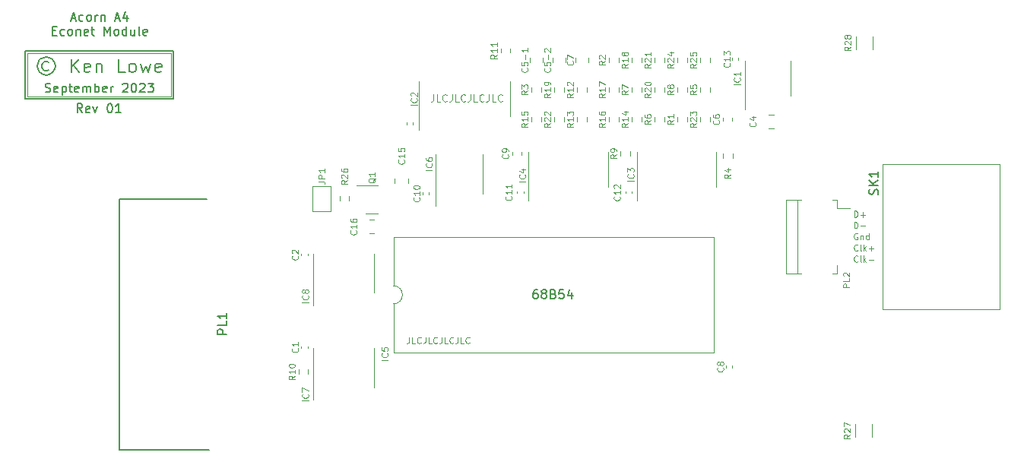
<source format=gbr>
G04 #@! TF.GenerationSoftware,KiCad,Pcbnew,7.0.7-146-g6b43bb8fe3*
G04 #@! TF.CreationDate,2023-09-29T14:39:13+01:00*
G04 #@! TF.ProjectId,Econet_A4,45636f6e-6574-45f4-9134-2e6b69636164,01*
G04 #@! TF.SameCoordinates,Original*
G04 #@! TF.FileFunction,Legend,Top*
G04 #@! TF.FilePolarity,Positive*
%FSLAX46Y46*%
G04 Gerber Fmt 4.6, Leading zero omitted, Abs format (unit mm)*
G04 Created by KiCad (PCBNEW 7.0.7-146-g6b43bb8fe3) date 2023-09-29 14:39:13*
%MOMM*%
%LPD*%
G01*
G04 APERTURE LIST*
%ADD10C,0.200000*%
%ADD11C,0.120000*%
%ADD12C,0.100000*%
%ADD13C,0.150000*%
G04 APERTURE END LIST*
D10*
X117282000Y-84588600D02*
X133792000Y-84588600D01*
X133792000Y-89922600D01*
X117282000Y-89922600D01*
X117282000Y-84588600D01*
D11*
X117536000Y-84842600D02*
X133538000Y-84842600D01*
X133538000Y-89668600D01*
X117536000Y-89668600D01*
X117536000Y-84842600D01*
D10*
X119894142Y-85805671D02*
X119751285Y-85734242D01*
X119751285Y-85734242D02*
X119465571Y-85734242D01*
X119465571Y-85734242D02*
X119322714Y-85805671D01*
X119322714Y-85805671D02*
X119179856Y-85948528D01*
X119179856Y-85948528D02*
X119108428Y-86091385D01*
X119108428Y-86091385D02*
X119108428Y-86377100D01*
X119108428Y-86377100D02*
X119179856Y-86519957D01*
X119179856Y-86519957D02*
X119322714Y-86662814D01*
X119322714Y-86662814D02*
X119465571Y-86734242D01*
X119465571Y-86734242D02*
X119751285Y-86734242D01*
X119751285Y-86734242D02*
X119894142Y-86662814D01*
X119608428Y-85234242D02*
X119251285Y-85305671D01*
X119251285Y-85305671D02*
X118894142Y-85519957D01*
X118894142Y-85519957D02*
X118679856Y-85877100D01*
X118679856Y-85877100D02*
X118608428Y-86234242D01*
X118608428Y-86234242D02*
X118679856Y-86591385D01*
X118679856Y-86591385D02*
X118894142Y-86948528D01*
X118894142Y-86948528D02*
X119251285Y-87162814D01*
X119251285Y-87162814D02*
X119608428Y-87234242D01*
X119608428Y-87234242D02*
X119965571Y-87162814D01*
X119965571Y-87162814D02*
X120322714Y-86948528D01*
X120322714Y-86948528D02*
X120536999Y-86591385D01*
X120536999Y-86591385D02*
X120608428Y-86234242D01*
X120608428Y-86234242D02*
X120536999Y-85877100D01*
X120536999Y-85877100D02*
X120322714Y-85519957D01*
X120322714Y-85519957D02*
X119965571Y-85305671D01*
X119965571Y-85305671D02*
X119608428Y-85234242D01*
X122394142Y-86948528D02*
X122394142Y-85448528D01*
X123251285Y-86948528D02*
X122608428Y-86091385D01*
X123251285Y-85448528D02*
X122394142Y-86305671D01*
X124465571Y-86877100D02*
X124322714Y-86948528D01*
X124322714Y-86948528D02*
X124037000Y-86948528D01*
X124037000Y-86948528D02*
X123894142Y-86877100D01*
X123894142Y-86877100D02*
X123822714Y-86734242D01*
X123822714Y-86734242D02*
X123822714Y-86162814D01*
X123822714Y-86162814D02*
X123894142Y-86019957D01*
X123894142Y-86019957D02*
X124037000Y-85948528D01*
X124037000Y-85948528D02*
X124322714Y-85948528D01*
X124322714Y-85948528D02*
X124465571Y-86019957D01*
X124465571Y-86019957D02*
X124537000Y-86162814D01*
X124537000Y-86162814D02*
X124537000Y-86305671D01*
X124537000Y-86305671D02*
X123822714Y-86448528D01*
X125179856Y-85948528D02*
X125179856Y-86948528D01*
X125179856Y-86091385D02*
X125251285Y-86019957D01*
X125251285Y-86019957D02*
X125394142Y-85948528D01*
X125394142Y-85948528D02*
X125608428Y-85948528D01*
X125608428Y-85948528D02*
X125751285Y-86019957D01*
X125751285Y-86019957D02*
X125822714Y-86162814D01*
X125822714Y-86162814D02*
X125822714Y-86948528D01*
X128394142Y-86948528D02*
X127679856Y-86948528D01*
X127679856Y-86948528D02*
X127679856Y-85448528D01*
X129108428Y-86948528D02*
X128965571Y-86877100D01*
X128965571Y-86877100D02*
X128894142Y-86805671D01*
X128894142Y-86805671D02*
X128822714Y-86662814D01*
X128822714Y-86662814D02*
X128822714Y-86234242D01*
X128822714Y-86234242D02*
X128894142Y-86091385D01*
X128894142Y-86091385D02*
X128965571Y-86019957D01*
X128965571Y-86019957D02*
X129108428Y-85948528D01*
X129108428Y-85948528D02*
X129322714Y-85948528D01*
X129322714Y-85948528D02*
X129465571Y-86019957D01*
X129465571Y-86019957D02*
X129537000Y-86091385D01*
X129537000Y-86091385D02*
X129608428Y-86234242D01*
X129608428Y-86234242D02*
X129608428Y-86662814D01*
X129608428Y-86662814D02*
X129537000Y-86805671D01*
X129537000Y-86805671D02*
X129465571Y-86877100D01*
X129465571Y-86877100D02*
X129322714Y-86948528D01*
X129322714Y-86948528D02*
X129108428Y-86948528D01*
X130108428Y-85948528D02*
X130394143Y-86948528D01*
X130394143Y-86948528D02*
X130679857Y-86234242D01*
X130679857Y-86234242D02*
X130965571Y-86948528D01*
X130965571Y-86948528D02*
X131251285Y-85948528D01*
X132394143Y-86877100D02*
X132251286Y-86948528D01*
X132251286Y-86948528D02*
X131965572Y-86948528D01*
X131965572Y-86948528D02*
X131822714Y-86877100D01*
X131822714Y-86877100D02*
X131751286Y-86734242D01*
X131751286Y-86734242D02*
X131751286Y-86162814D01*
X131751286Y-86162814D02*
X131822714Y-86019957D01*
X131822714Y-86019957D02*
X131965572Y-85948528D01*
X131965572Y-85948528D02*
X132251286Y-85948528D01*
X132251286Y-85948528D02*
X132394143Y-86019957D01*
X132394143Y-86019957D02*
X132465572Y-86162814D01*
X132465572Y-86162814D02*
X132465572Y-86305671D01*
X132465572Y-86305671D02*
X131751286Y-86448528D01*
D12*
X209589455Y-104313633D02*
X209589455Y-103613633D01*
X209589455Y-103613633D02*
X209756122Y-103613633D01*
X209756122Y-103613633D02*
X209856122Y-103646966D01*
X209856122Y-103646966D02*
X209922789Y-103713633D01*
X209922789Y-103713633D02*
X209956122Y-103780300D01*
X209956122Y-103780300D02*
X209989455Y-103913633D01*
X209989455Y-103913633D02*
X209989455Y-104013633D01*
X209989455Y-104013633D02*
X209956122Y-104146966D01*
X209956122Y-104146966D02*
X209922789Y-104213633D01*
X209922789Y-104213633D02*
X209856122Y-104280300D01*
X209856122Y-104280300D02*
X209756122Y-104313633D01*
X209756122Y-104313633D02*
X209589455Y-104313633D01*
X210289455Y-104046966D02*
X210822789Y-104046966D01*
D13*
X123638666Y-91417819D02*
X123305333Y-90941628D01*
X123067238Y-91417819D02*
X123067238Y-90417819D01*
X123067238Y-90417819D02*
X123448190Y-90417819D01*
X123448190Y-90417819D02*
X123543428Y-90465438D01*
X123543428Y-90465438D02*
X123591047Y-90513057D01*
X123591047Y-90513057D02*
X123638666Y-90608295D01*
X123638666Y-90608295D02*
X123638666Y-90751152D01*
X123638666Y-90751152D02*
X123591047Y-90846390D01*
X123591047Y-90846390D02*
X123543428Y-90894009D01*
X123543428Y-90894009D02*
X123448190Y-90941628D01*
X123448190Y-90941628D02*
X123067238Y-90941628D01*
X124448190Y-91370200D02*
X124352952Y-91417819D01*
X124352952Y-91417819D02*
X124162476Y-91417819D01*
X124162476Y-91417819D02*
X124067238Y-91370200D01*
X124067238Y-91370200D02*
X124019619Y-91274961D01*
X124019619Y-91274961D02*
X124019619Y-90894009D01*
X124019619Y-90894009D02*
X124067238Y-90798771D01*
X124067238Y-90798771D02*
X124162476Y-90751152D01*
X124162476Y-90751152D02*
X124352952Y-90751152D01*
X124352952Y-90751152D02*
X124448190Y-90798771D01*
X124448190Y-90798771D02*
X124495809Y-90894009D01*
X124495809Y-90894009D02*
X124495809Y-90989247D01*
X124495809Y-90989247D02*
X124019619Y-91084485D01*
X124829143Y-90751152D02*
X125067238Y-91417819D01*
X125067238Y-91417819D02*
X125305333Y-90751152D01*
X126638667Y-90417819D02*
X126733905Y-90417819D01*
X126733905Y-90417819D02*
X126829143Y-90465438D01*
X126829143Y-90465438D02*
X126876762Y-90513057D01*
X126876762Y-90513057D02*
X126924381Y-90608295D01*
X126924381Y-90608295D02*
X126972000Y-90798771D01*
X126972000Y-90798771D02*
X126972000Y-91036866D01*
X126972000Y-91036866D02*
X126924381Y-91227342D01*
X126924381Y-91227342D02*
X126876762Y-91322580D01*
X126876762Y-91322580D02*
X126829143Y-91370200D01*
X126829143Y-91370200D02*
X126733905Y-91417819D01*
X126733905Y-91417819D02*
X126638667Y-91417819D01*
X126638667Y-91417819D02*
X126543429Y-91370200D01*
X126543429Y-91370200D02*
X126495810Y-91322580D01*
X126495810Y-91322580D02*
X126448191Y-91227342D01*
X126448191Y-91227342D02*
X126400572Y-91036866D01*
X126400572Y-91036866D02*
X126400572Y-90798771D01*
X126400572Y-90798771D02*
X126448191Y-90608295D01*
X126448191Y-90608295D02*
X126495810Y-90513057D01*
X126495810Y-90513057D02*
X126543429Y-90465438D01*
X126543429Y-90465438D02*
X126638667Y-90417819D01*
X127924381Y-91417819D02*
X127352953Y-91417819D01*
X127638667Y-91417819D02*
X127638667Y-90417819D01*
X127638667Y-90417819D02*
X127543429Y-90560676D01*
X127543429Y-90560676D02*
X127448191Y-90655914D01*
X127448191Y-90655914D02*
X127352953Y-90703533D01*
X122402333Y-80929104D02*
X122878523Y-80929104D01*
X122307095Y-81214819D02*
X122640428Y-80214819D01*
X122640428Y-80214819D02*
X122973761Y-81214819D01*
X123735666Y-81167200D02*
X123640428Y-81214819D01*
X123640428Y-81214819D02*
X123449952Y-81214819D01*
X123449952Y-81214819D02*
X123354714Y-81167200D01*
X123354714Y-81167200D02*
X123307095Y-81119580D01*
X123307095Y-81119580D02*
X123259476Y-81024342D01*
X123259476Y-81024342D02*
X123259476Y-80738628D01*
X123259476Y-80738628D02*
X123307095Y-80643390D01*
X123307095Y-80643390D02*
X123354714Y-80595771D01*
X123354714Y-80595771D02*
X123449952Y-80548152D01*
X123449952Y-80548152D02*
X123640428Y-80548152D01*
X123640428Y-80548152D02*
X123735666Y-80595771D01*
X124307095Y-81214819D02*
X124211857Y-81167200D01*
X124211857Y-81167200D02*
X124164238Y-81119580D01*
X124164238Y-81119580D02*
X124116619Y-81024342D01*
X124116619Y-81024342D02*
X124116619Y-80738628D01*
X124116619Y-80738628D02*
X124164238Y-80643390D01*
X124164238Y-80643390D02*
X124211857Y-80595771D01*
X124211857Y-80595771D02*
X124307095Y-80548152D01*
X124307095Y-80548152D02*
X124449952Y-80548152D01*
X124449952Y-80548152D02*
X124545190Y-80595771D01*
X124545190Y-80595771D02*
X124592809Y-80643390D01*
X124592809Y-80643390D02*
X124640428Y-80738628D01*
X124640428Y-80738628D02*
X124640428Y-81024342D01*
X124640428Y-81024342D02*
X124592809Y-81119580D01*
X124592809Y-81119580D02*
X124545190Y-81167200D01*
X124545190Y-81167200D02*
X124449952Y-81214819D01*
X124449952Y-81214819D02*
X124307095Y-81214819D01*
X125069000Y-81214819D02*
X125069000Y-80548152D01*
X125069000Y-80738628D02*
X125116619Y-80643390D01*
X125116619Y-80643390D02*
X125164238Y-80595771D01*
X125164238Y-80595771D02*
X125259476Y-80548152D01*
X125259476Y-80548152D02*
X125354714Y-80548152D01*
X125688048Y-80548152D02*
X125688048Y-81214819D01*
X125688048Y-80643390D02*
X125735667Y-80595771D01*
X125735667Y-80595771D02*
X125830905Y-80548152D01*
X125830905Y-80548152D02*
X125973762Y-80548152D01*
X125973762Y-80548152D02*
X126069000Y-80595771D01*
X126069000Y-80595771D02*
X126116619Y-80691009D01*
X126116619Y-80691009D02*
X126116619Y-81214819D01*
X127307096Y-80929104D02*
X127783286Y-80929104D01*
X127211858Y-81214819D02*
X127545191Y-80214819D01*
X127545191Y-80214819D02*
X127878524Y-81214819D01*
X128640429Y-80548152D02*
X128640429Y-81214819D01*
X128402334Y-80167200D02*
X128164239Y-80881485D01*
X128164239Y-80881485D02*
X128783286Y-80881485D01*
X120307094Y-82301009D02*
X120640427Y-82301009D01*
X120783284Y-82824819D02*
X120307094Y-82824819D01*
X120307094Y-82824819D02*
X120307094Y-81824819D01*
X120307094Y-81824819D02*
X120783284Y-81824819D01*
X121640427Y-82777200D02*
X121545189Y-82824819D01*
X121545189Y-82824819D02*
X121354713Y-82824819D01*
X121354713Y-82824819D02*
X121259475Y-82777200D01*
X121259475Y-82777200D02*
X121211856Y-82729580D01*
X121211856Y-82729580D02*
X121164237Y-82634342D01*
X121164237Y-82634342D02*
X121164237Y-82348628D01*
X121164237Y-82348628D02*
X121211856Y-82253390D01*
X121211856Y-82253390D02*
X121259475Y-82205771D01*
X121259475Y-82205771D02*
X121354713Y-82158152D01*
X121354713Y-82158152D02*
X121545189Y-82158152D01*
X121545189Y-82158152D02*
X121640427Y-82205771D01*
X122211856Y-82824819D02*
X122116618Y-82777200D01*
X122116618Y-82777200D02*
X122068999Y-82729580D01*
X122068999Y-82729580D02*
X122021380Y-82634342D01*
X122021380Y-82634342D02*
X122021380Y-82348628D01*
X122021380Y-82348628D02*
X122068999Y-82253390D01*
X122068999Y-82253390D02*
X122116618Y-82205771D01*
X122116618Y-82205771D02*
X122211856Y-82158152D01*
X122211856Y-82158152D02*
X122354713Y-82158152D01*
X122354713Y-82158152D02*
X122449951Y-82205771D01*
X122449951Y-82205771D02*
X122497570Y-82253390D01*
X122497570Y-82253390D02*
X122545189Y-82348628D01*
X122545189Y-82348628D02*
X122545189Y-82634342D01*
X122545189Y-82634342D02*
X122497570Y-82729580D01*
X122497570Y-82729580D02*
X122449951Y-82777200D01*
X122449951Y-82777200D02*
X122354713Y-82824819D01*
X122354713Y-82824819D02*
X122211856Y-82824819D01*
X122973761Y-82158152D02*
X122973761Y-82824819D01*
X122973761Y-82253390D02*
X123021380Y-82205771D01*
X123021380Y-82205771D02*
X123116618Y-82158152D01*
X123116618Y-82158152D02*
X123259475Y-82158152D01*
X123259475Y-82158152D02*
X123354713Y-82205771D01*
X123354713Y-82205771D02*
X123402332Y-82301009D01*
X123402332Y-82301009D02*
X123402332Y-82824819D01*
X124259475Y-82777200D02*
X124164237Y-82824819D01*
X124164237Y-82824819D02*
X123973761Y-82824819D01*
X123973761Y-82824819D02*
X123878523Y-82777200D01*
X123878523Y-82777200D02*
X123830904Y-82681961D01*
X123830904Y-82681961D02*
X123830904Y-82301009D01*
X123830904Y-82301009D02*
X123878523Y-82205771D01*
X123878523Y-82205771D02*
X123973761Y-82158152D01*
X123973761Y-82158152D02*
X124164237Y-82158152D01*
X124164237Y-82158152D02*
X124259475Y-82205771D01*
X124259475Y-82205771D02*
X124307094Y-82301009D01*
X124307094Y-82301009D02*
X124307094Y-82396247D01*
X124307094Y-82396247D02*
X123830904Y-82491485D01*
X124592809Y-82158152D02*
X124973761Y-82158152D01*
X124735666Y-81824819D02*
X124735666Y-82681961D01*
X124735666Y-82681961D02*
X124783285Y-82777200D01*
X124783285Y-82777200D02*
X124878523Y-82824819D01*
X124878523Y-82824819D02*
X124973761Y-82824819D01*
X126069000Y-82824819D02*
X126069000Y-81824819D01*
X126069000Y-81824819D02*
X126402333Y-82539104D01*
X126402333Y-82539104D02*
X126735666Y-81824819D01*
X126735666Y-81824819D02*
X126735666Y-82824819D01*
X127354714Y-82824819D02*
X127259476Y-82777200D01*
X127259476Y-82777200D02*
X127211857Y-82729580D01*
X127211857Y-82729580D02*
X127164238Y-82634342D01*
X127164238Y-82634342D02*
X127164238Y-82348628D01*
X127164238Y-82348628D02*
X127211857Y-82253390D01*
X127211857Y-82253390D02*
X127259476Y-82205771D01*
X127259476Y-82205771D02*
X127354714Y-82158152D01*
X127354714Y-82158152D02*
X127497571Y-82158152D01*
X127497571Y-82158152D02*
X127592809Y-82205771D01*
X127592809Y-82205771D02*
X127640428Y-82253390D01*
X127640428Y-82253390D02*
X127688047Y-82348628D01*
X127688047Y-82348628D02*
X127688047Y-82634342D01*
X127688047Y-82634342D02*
X127640428Y-82729580D01*
X127640428Y-82729580D02*
X127592809Y-82777200D01*
X127592809Y-82777200D02*
X127497571Y-82824819D01*
X127497571Y-82824819D02*
X127354714Y-82824819D01*
X128545190Y-82824819D02*
X128545190Y-81824819D01*
X128545190Y-82777200D02*
X128449952Y-82824819D01*
X128449952Y-82824819D02*
X128259476Y-82824819D01*
X128259476Y-82824819D02*
X128164238Y-82777200D01*
X128164238Y-82777200D02*
X128116619Y-82729580D01*
X128116619Y-82729580D02*
X128069000Y-82634342D01*
X128069000Y-82634342D02*
X128069000Y-82348628D01*
X128069000Y-82348628D02*
X128116619Y-82253390D01*
X128116619Y-82253390D02*
X128164238Y-82205771D01*
X128164238Y-82205771D02*
X128259476Y-82158152D01*
X128259476Y-82158152D02*
X128449952Y-82158152D01*
X128449952Y-82158152D02*
X128545190Y-82205771D01*
X129449952Y-82158152D02*
X129449952Y-82824819D01*
X129021381Y-82158152D02*
X129021381Y-82681961D01*
X129021381Y-82681961D02*
X129069000Y-82777200D01*
X129069000Y-82777200D02*
X129164238Y-82824819D01*
X129164238Y-82824819D02*
X129307095Y-82824819D01*
X129307095Y-82824819D02*
X129402333Y-82777200D01*
X129402333Y-82777200D02*
X129449952Y-82729580D01*
X130069000Y-82824819D02*
X129973762Y-82777200D01*
X129973762Y-82777200D02*
X129926143Y-82681961D01*
X129926143Y-82681961D02*
X129926143Y-81824819D01*
X130830905Y-82777200D02*
X130735667Y-82824819D01*
X130735667Y-82824819D02*
X130545191Y-82824819D01*
X130545191Y-82824819D02*
X130449953Y-82777200D01*
X130449953Y-82777200D02*
X130402334Y-82681961D01*
X130402334Y-82681961D02*
X130402334Y-82301009D01*
X130402334Y-82301009D02*
X130449953Y-82205771D01*
X130449953Y-82205771D02*
X130545191Y-82158152D01*
X130545191Y-82158152D02*
X130735667Y-82158152D01*
X130735667Y-82158152D02*
X130830905Y-82205771D01*
X130830905Y-82205771D02*
X130878524Y-82301009D01*
X130878524Y-82301009D02*
X130878524Y-82396247D01*
X130878524Y-82396247D02*
X130402334Y-82491485D01*
D12*
X209989455Y-107996966D02*
X209956122Y-108030300D01*
X209956122Y-108030300D02*
X209856122Y-108063633D01*
X209856122Y-108063633D02*
X209789455Y-108063633D01*
X209789455Y-108063633D02*
X209689455Y-108030300D01*
X209689455Y-108030300D02*
X209622789Y-107963633D01*
X209622789Y-107963633D02*
X209589455Y-107896966D01*
X209589455Y-107896966D02*
X209556122Y-107763633D01*
X209556122Y-107763633D02*
X209556122Y-107663633D01*
X209556122Y-107663633D02*
X209589455Y-107530300D01*
X209589455Y-107530300D02*
X209622789Y-107463633D01*
X209622789Y-107463633D02*
X209689455Y-107396966D01*
X209689455Y-107396966D02*
X209789455Y-107363633D01*
X209789455Y-107363633D02*
X209856122Y-107363633D01*
X209856122Y-107363633D02*
X209956122Y-107396966D01*
X209956122Y-107396966D02*
X209989455Y-107430300D01*
X210389455Y-108063633D02*
X210322789Y-108030300D01*
X210322789Y-108030300D02*
X210289455Y-107963633D01*
X210289455Y-107963633D02*
X210289455Y-107363633D01*
X210656122Y-108063633D02*
X210656122Y-107363633D01*
X210722789Y-107796966D02*
X210922789Y-108063633D01*
X210922789Y-107596966D02*
X210656122Y-107863633D01*
X211222789Y-107796966D02*
X211756123Y-107796966D01*
X160049455Y-116432133D02*
X160049455Y-116932133D01*
X160049455Y-116932133D02*
X160016122Y-117032133D01*
X160016122Y-117032133D02*
X159949455Y-117098800D01*
X159949455Y-117098800D02*
X159849455Y-117132133D01*
X159849455Y-117132133D02*
X159782789Y-117132133D01*
X160716122Y-117132133D02*
X160382788Y-117132133D01*
X160382788Y-117132133D02*
X160382788Y-116432133D01*
X161349455Y-117065466D02*
X161316122Y-117098800D01*
X161316122Y-117098800D02*
X161216122Y-117132133D01*
X161216122Y-117132133D02*
X161149455Y-117132133D01*
X161149455Y-117132133D02*
X161049455Y-117098800D01*
X161049455Y-117098800D02*
X160982789Y-117032133D01*
X160982789Y-117032133D02*
X160949455Y-116965466D01*
X160949455Y-116965466D02*
X160916122Y-116832133D01*
X160916122Y-116832133D02*
X160916122Y-116732133D01*
X160916122Y-116732133D02*
X160949455Y-116598800D01*
X160949455Y-116598800D02*
X160982789Y-116532133D01*
X160982789Y-116532133D02*
X161049455Y-116465466D01*
X161049455Y-116465466D02*
X161149455Y-116432133D01*
X161149455Y-116432133D02*
X161216122Y-116432133D01*
X161216122Y-116432133D02*
X161316122Y-116465466D01*
X161316122Y-116465466D02*
X161349455Y-116498800D01*
X161849455Y-116432133D02*
X161849455Y-116932133D01*
X161849455Y-116932133D02*
X161816122Y-117032133D01*
X161816122Y-117032133D02*
X161749455Y-117098800D01*
X161749455Y-117098800D02*
X161649455Y-117132133D01*
X161649455Y-117132133D02*
X161582789Y-117132133D01*
X162516122Y-117132133D02*
X162182788Y-117132133D01*
X162182788Y-117132133D02*
X162182788Y-116432133D01*
X163149455Y-117065466D02*
X163116122Y-117098800D01*
X163116122Y-117098800D02*
X163016122Y-117132133D01*
X163016122Y-117132133D02*
X162949455Y-117132133D01*
X162949455Y-117132133D02*
X162849455Y-117098800D01*
X162849455Y-117098800D02*
X162782789Y-117032133D01*
X162782789Y-117032133D02*
X162749455Y-116965466D01*
X162749455Y-116965466D02*
X162716122Y-116832133D01*
X162716122Y-116832133D02*
X162716122Y-116732133D01*
X162716122Y-116732133D02*
X162749455Y-116598800D01*
X162749455Y-116598800D02*
X162782789Y-116532133D01*
X162782789Y-116532133D02*
X162849455Y-116465466D01*
X162849455Y-116465466D02*
X162949455Y-116432133D01*
X162949455Y-116432133D02*
X163016122Y-116432133D01*
X163016122Y-116432133D02*
X163116122Y-116465466D01*
X163116122Y-116465466D02*
X163149455Y-116498800D01*
X163649455Y-116432133D02*
X163649455Y-116932133D01*
X163649455Y-116932133D02*
X163616122Y-117032133D01*
X163616122Y-117032133D02*
X163549455Y-117098800D01*
X163549455Y-117098800D02*
X163449455Y-117132133D01*
X163449455Y-117132133D02*
X163382789Y-117132133D01*
X164316122Y-117132133D02*
X163982788Y-117132133D01*
X163982788Y-117132133D02*
X163982788Y-116432133D01*
X164949455Y-117065466D02*
X164916122Y-117098800D01*
X164916122Y-117098800D02*
X164816122Y-117132133D01*
X164816122Y-117132133D02*
X164749455Y-117132133D01*
X164749455Y-117132133D02*
X164649455Y-117098800D01*
X164649455Y-117098800D02*
X164582789Y-117032133D01*
X164582789Y-117032133D02*
X164549455Y-116965466D01*
X164549455Y-116965466D02*
X164516122Y-116832133D01*
X164516122Y-116832133D02*
X164516122Y-116732133D01*
X164516122Y-116732133D02*
X164549455Y-116598800D01*
X164549455Y-116598800D02*
X164582789Y-116532133D01*
X164582789Y-116532133D02*
X164649455Y-116465466D01*
X164649455Y-116465466D02*
X164749455Y-116432133D01*
X164749455Y-116432133D02*
X164816122Y-116432133D01*
X164816122Y-116432133D02*
X164916122Y-116465466D01*
X164916122Y-116465466D02*
X164949455Y-116498800D01*
X165449455Y-116432133D02*
X165449455Y-116932133D01*
X165449455Y-116932133D02*
X165416122Y-117032133D01*
X165416122Y-117032133D02*
X165349455Y-117098800D01*
X165349455Y-117098800D02*
X165249455Y-117132133D01*
X165249455Y-117132133D02*
X165182789Y-117132133D01*
X166116122Y-117132133D02*
X165782788Y-117132133D01*
X165782788Y-117132133D02*
X165782788Y-116432133D01*
X166749455Y-117065466D02*
X166716122Y-117098800D01*
X166716122Y-117098800D02*
X166616122Y-117132133D01*
X166616122Y-117132133D02*
X166549455Y-117132133D01*
X166549455Y-117132133D02*
X166449455Y-117098800D01*
X166449455Y-117098800D02*
X166382789Y-117032133D01*
X166382789Y-117032133D02*
X166349455Y-116965466D01*
X166349455Y-116965466D02*
X166316122Y-116832133D01*
X166316122Y-116832133D02*
X166316122Y-116732133D01*
X166316122Y-116732133D02*
X166349455Y-116598800D01*
X166349455Y-116598800D02*
X166382789Y-116532133D01*
X166382789Y-116532133D02*
X166449455Y-116465466D01*
X166449455Y-116465466D02*
X166549455Y-116432133D01*
X166549455Y-116432133D02*
X166616122Y-116432133D01*
X166616122Y-116432133D02*
X166716122Y-116465466D01*
X166716122Y-116465466D02*
X166749455Y-116498800D01*
X162742761Y-89383895D02*
X162742761Y-89955323D01*
X162742761Y-89955323D02*
X162704666Y-90069609D01*
X162704666Y-90069609D02*
X162628475Y-90145800D01*
X162628475Y-90145800D02*
X162514190Y-90183895D01*
X162514190Y-90183895D02*
X162437999Y-90183895D01*
X163504666Y-90183895D02*
X163123714Y-90183895D01*
X163123714Y-90183895D02*
X163123714Y-89383895D01*
X164228476Y-90107704D02*
X164190380Y-90145800D01*
X164190380Y-90145800D02*
X164076095Y-90183895D01*
X164076095Y-90183895D02*
X163999904Y-90183895D01*
X163999904Y-90183895D02*
X163885618Y-90145800D01*
X163885618Y-90145800D02*
X163809428Y-90069609D01*
X163809428Y-90069609D02*
X163771333Y-89993419D01*
X163771333Y-89993419D02*
X163733237Y-89841038D01*
X163733237Y-89841038D02*
X163733237Y-89726752D01*
X163733237Y-89726752D02*
X163771333Y-89574371D01*
X163771333Y-89574371D02*
X163809428Y-89498180D01*
X163809428Y-89498180D02*
X163885618Y-89421990D01*
X163885618Y-89421990D02*
X163999904Y-89383895D01*
X163999904Y-89383895D02*
X164076095Y-89383895D01*
X164076095Y-89383895D02*
X164190380Y-89421990D01*
X164190380Y-89421990D02*
X164228476Y-89460085D01*
X164799904Y-89383895D02*
X164799904Y-89955323D01*
X164799904Y-89955323D02*
X164761809Y-90069609D01*
X164761809Y-90069609D02*
X164685618Y-90145800D01*
X164685618Y-90145800D02*
X164571333Y-90183895D01*
X164571333Y-90183895D02*
X164495142Y-90183895D01*
X165561809Y-90183895D02*
X165180857Y-90183895D01*
X165180857Y-90183895D02*
X165180857Y-89383895D01*
X166285619Y-90107704D02*
X166247523Y-90145800D01*
X166247523Y-90145800D02*
X166133238Y-90183895D01*
X166133238Y-90183895D02*
X166057047Y-90183895D01*
X166057047Y-90183895D02*
X165942761Y-90145800D01*
X165942761Y-90145800D02*
X165866571Y-90069609D01*
X165866571Y-90069609D02*
X165828476Y-89993419D01*
X165828476Y-89993419D02*
X165790380Y-89841038D01*
X165790380Y-89841038D02*
X165790380Y-89726752D01*
X165790380Y-89726752D02*
X165828476Y-89574371D01*
X165828476Y-89574371D02*
X165866571Y-89498180D01*
X165866571Y-89498180D02*
X165942761Y-89421990D01*
X165942761Y-89421990D02*
X166057047Y-89383895D01*
X166057047Y-89383895D02*
X166133238Y-89383895D01*
X166133238Y-89383895D02*
X166247523Y-89421990D01*
X166247523Y-89421990D02*
X166285619Y-89460085D01*
X166857047Y-89383895D02*
X166857047Y-89955323D01*
X166857047Y-89955323D02*
X166818952Y-90069609D01*
X166818952Y-90069609D02*
X166742761Y-90145800D01*
X166742761Y-90145800D02*
X166628476Y-90183895D01*
X166628476Y-90183895D02*
X166552285Y-90183895D01*
X167618952Y-90183895D02*
X167238000Y-90183895D01*
X167238000Y-90183895D02*
X167238000Y-89383895D01*
X168342762Y-90107704D02*
X168304666Y-90145800D01*
X168304666Y-90145800D02*
X168190381Y-90183895D01*
X168190381Y-90183895D02*
X168114190Y-90183895D01*
X168114190Y-90183895D02*
X167999904Y-90145800D01*
X167999904Y-90145800D02*
X167923714Y-90069609D01*
X167923714Y-90069609D02*
X167885619Y-89993419D01*
X167885619Y-89993419D02*
X167847523Y-89841038D01*
X167847523Y-89841038D02*
X167847523Y-89726752D01*
X167847523Y-89726752D02*
X167885619Y-89574371D01*
X167885619Y-89574371D02*
X167923714Y-89498180D01*
X167923714Y-89498180D02*
X167999904Y-89421990D01*
X167999904Y-89421990D02*
X168114190Y-89383895D01*
X168114190Y-89383895D02*
X168190381Y-89383895D01*
X168190381Y-89383895D02*
X168304666Y-89421990D01*
X168304666Y-89421990D02*
X168342762Y-89460085D01*
X168914190Y-89383895D02*
X168914190Y-89955323D01*
X168914190Y-89955323D02*
X168876095Y-90069609D01*
X168876095Y-90069609D02*
X168799904Y-90145800D01*
X168799904Y-90145800D02*
X168685619Y-90183895D01*
X168685619Y-90183895D02*
X168609428Y-90183895D01*
X169676095Y-90183895D02*
X169295143Y-90183895D01*
X169295143Y-90183895D02*
X169295143Y-89383895D01*
X170399905Y-90107704D02*
X170361809Y-90145800D01*
X170361809Y-90145800D02*
X170247524Y-90183895D01*
X170247524Y-90183895D02*
X170171333Y-90183895D01*
X170171333Y-90183895D02*
X170057047Y-90145800D01*
X170057047Y-90145800D02*
X169980857Y-90069609D01*
X169980857Y-90069609D02*
X169942762Y-89993419D01*
X169942762Y-89993419D02*
X169904666Y-89841038D01*
X169904666Y-89841038D02*
X169904666Y-89726752D01*
X169904666Y-89726752D02*
X169942762Y-89574371D01*
X169942762Y-89574371D02*
X169980857Y-89498180D01*
X169980857Y-89498180D02*
X170057047Y-89421990D01*
X170057047Y-89421990D02*
X170171333Y-89383895D01*
X170171333Y-89383895D02*
X170247524Y-89383895D01*
X170247524Y-89383895D02*
X170361809Y-89421990D01*
X170361809Y-89421990D02*
X170399905Y-89460085D01*
X209989455Y-106746966D02*
X209956122Y-106780300D01*
X209956122Y-106780300D02*
X209856122Y-106813633D01*
X209856122Y-106813633D02*
X209789455Y-106813633D01*
X209789455Y-106813633D02*
X209689455Y-106780300D01*
X209689455Y-106780300D02*
X209622789Y-106713633D01*
X209622789Y-106713633D02*
X209589455Y-106646966D01*
X209589455Y-106646966D02*
X209556122Y-106513633D01*
X209556122Y-106513633D02*
X209556122Y-106413633D01*
X209556122Y-106413633D02*
X209589455Y-106280300D01*
X209589455Y-106280300D02*
X209622789Y-106213633D01*
X209622789Y-106213633D02*
X209689455Y-106146966D01*
X209689455Y-106146966D02*
X209789455Y-106113633D01*
X209789455Y-106113633D02*
X209856122Y-106113633D01*
X209856122Y-106113633D02*
X209956122Y-106146966D01*
X209956122Y-106146966D02*
X209989455Y-106180300D01*
X210389455Y-106813633D02*
X210322789Y-106780300D01*
X210322789Y-106780300D02*
X210289455Y-106713633D01*
X210289455Y-106713633D02*
X210289455Y-106113633D01*
X210656122Y-106813633D02*
X210656122Y-106113633D01*
X210722789Y-106546966D02*
X210922789Y-106813633D01*
X210922789Y-106346966D02*
X210656122Y-106613633D01*
X211222789Y-106546966D02*
X211756123Y-106546966D01*
X211489456Y-106813633D02*
X211489456Y-106280300D01*
X209589455Y-103063633D02*
X209589455Y-102363633D01*
X209589455Y-102363633D02*
X209756122Y-102363633D01*
X209756122Y-102363633D02*
X209856122Y-102396966D01*
X209856122Y-102396966D02*
X209922789Y-102463633D01*
X209922789Y-102463633D02*
X209956122Y-102530300D01*
X209956122Y-102530300D02*
X209989455Y-102663633D01*
X209989455Y-102663633D02*
X209989455Y-102763633D01*
X209989455Y-102763633D02*
X209956122Y-102896966D01*
X209956122Y-102896966D02*
X209922789Y-102963633D01*
X209922789Y-102963633D02*
X209856122Y-103030300D01*
X209856122Y-103030300D02*
X209756122Y-103063633D01*
X209756122Y-103063633D02*
X209589455Y-103063633D01*
X210289455Y-102796966D02*
X210822789Y-102796966D01*
X210556122Y-103063633D02*
X210556122Y-102530300D01*
X209956122Y-104896966D02*
X209889455Y-104863633D01*
X209889455Y-104863633D02*
X209789455Y-104863633D01*
X209789455Y-104863633D02*
X209689455Y-104896966D01*
X209689455Y-104896966D02*
X209622789Y-104963633D01*
X209622789Y-104963633D02*
X209589455Y-105030300D01*
X209589455Y-105030300D02*
X209556122Y-105163633D01*
X209556122Y-105163633D02*
X209556122Y-105263633D01*
X209556122Y-105263633D02*
X209589455Y-105396966D01*
X209589455Y-105396966D02*
X209622789Y-105463633D01*
X209622789Y-105463633D02*
X209689455Y-105530300D01*
X209689455Y-105530300D02*
X209789455Y-105563633D01*
X209789455Y-105563633D02*
X209856122Y-105563633D01*
X209856122Y-105563633D02*
X209956122Y-105530300D01*
X209956122Y-105530300D02*
X209989455Y-105496966D01*
X209989455Y-105496966D02*
X209989455Y-105263633D01*
X209989455Y-105263633D02*
X209856122Y-105263633D01*
X210289455Y-105096966D02*
X210289455Y-105563633D01*
X210289455Y-105163633D02*
X210322789Y-105130300D01*
X210322789Y-105130300D02*
X210389455Y-105096966D01*
X210389455Y-105096966D02*
X210489455Y-105096966D01*
X210489455Y-105096966D02*
X210556122Y-105130300D01*
X210556122Y-105130300D02*
X210589455Y-105196966D01*
X210589455Y-105196966D02*
X210589455Y-105563633D01*
X211222788Y-105563633D02*
X211222788Y-104863633D01*
X211222788Y-105530300D02*
X211156122Y-105563633D01*
X211156122Y-105563633D02*
X211022788Y-105563633D01*
X211022788Y-105563633D02*
X210956122Y-105530300D01*
X210956122Y-105530300D02*
X210922788Y-105496966D01*
X210922788Y-105496966D02*
X210889455Y-105430300D01*
X210889455Y-105430300D02*
X210889455Y-105230300D01*
X210889455Y-105230300D02*
X210922788Y-105163633D01*
X210922788Y-105163633D02*
X210956122Y-105130300D01*
X210956122Y-105130300D02*
X211022788Y-105096966D01*
X211022788Y-105096966D02*
X211156122Y-105096966D01*
X211156122Y-105096966D02*
X211222788Y-105130300D01*
D13*
X119513190Y-89110600D02*
X119656047Y-89158219D01*
X119656047Y-89158219D02*
X119894142Y-89158219D01*
X119894142Y-89158219D02*
X119989380Y-89110600D01*
X119989380Y-89110600D02*
X120036999Y-89062980D01*
X120036999Y-89062980D02*
X120084618Y-88967742D01*
X120084618Y-88967742D02*
X120084618Y-88872504D01*
X120084618Y-88872504D02*
X120036999Y-88777266D01*
X120036999Y-88777266D02*
X119989380Y-88729647D01*
X119989380Y-88729647D02*
X119894142Y-88682028D01*
X119894142Y-88682028D02*
X119703666Y-88634409D01*
X119703666Y-88634409D02*
X119608428Y-88586790D01*
X119608428Y-88586790D02*
X119560809Y-88539171D01*
X119560809Y-88539171D02*
X119513190Y-88443933D01*
X119513190Y-88443933D02*
X119513190Y-88348695D01*
X119513190Y-88348695D02*
X119560809Y-88253457D01*
X119560809Y-88253457D02*
X119608428Y-88205838D01*
X119608428Y-88205838D02*
X119703666Y-88158219D01*
X119703666Y-88158219D02*
X119941761Y-88158219D01*
X119941761Y-88158219D02*
X120084618Y-88205838D01*
X120894142Y-89110600D02*
X120798904Y-89158219D01*
X120798904Y-89158219D02*
X120608428Y-89158219D01*
X120608428Y-89158219D02*
X120513190Y-89110600D01*
X120513190Y-89110600D02*
X120465571Y-89015361D01*
X120465571Y-89015361D02*
X120465571Y-88634409D01*
X120465571Y-88634409D02*
X120513190Y-88539171D01*
X120513190Y-88539171D02*
X120608428Y-88491552D01*
X120608428Y-88491552D02*
X120798904Y-88491552D01*
X120798904Y-88491552D02*
X120894142Y-88539171D01*
X120894142Y-88539171D02*
X120941761Y-88634409D01*
X120941761Y-88634409D02*
X120941761Y-88729647D01*
X120941761Y-88729647D02*
X120465571Y-88824885D01*
X121370333Y-88491552D02*
X121370333Y-89491552D01*
X121370333Y-88539171D02*
X121465571Y-88491552D01*
X121465571Y-88491552D02*
X121656047Y-88491552D01*
X121656047Y-88491552D02*
X121751285Y-88539171D01*
X121751285Y-88539171D02*
X121798904Y-88586790D01*
X121798904Y-88586790D02*
X121846523Y-88682028D01*
X121846523Y-88682028D02*
X121846523Y-88967742D01*
X121846523Y-88967742D02*
X121798904Y-89062980D01*
X121798904Y-89062980D02*
X121751285Y-89110600D01*
X121751285Y-89110600D02*
X121656047Y-89158219D01*
X121656047Y-89158219D02*
X121465571Y-89158219D01*
X121465571Y-89158219D02*
X121370333Y-89110600D01*
X122132238Y-88491552D02*
X122513190Y-88491552D01*
X122275095Y-88158219D02*
X122275095Y-89015361D01*
X122275095Y-89015361D02*
X122322714Y-89110600D01*
X122322714Y-89110600D02*
X122417952Y-89158219D01*
X122417952Y-89158219D02*
X122513190Y-89158219D01*
X123227476Y-89110600D02*
X123132238Y-89158219D01*
X123132238Y-89158219D02*
X122941762Y-89158219D01*
X122941762Y-89158219D02*
X122846524Y-89110600D01*
X122846524Y-89110600D02*
X122798905Y-89015361D01*
X122798905Y-89015361D02*
X122798905Y-88634409D01*
X122798905Y-88634409D02*
X122846524Y-88539171D01*
X122846524Y-88539171D02*
X122941762Y-88491552D01*
X122941762Y-88491552D02*
X123132238Y-88491552D01*
X123132238Y-88491552D02*
X123227476Y-88539171D01*
X123227476Y-88539171D02*
X123275095Y-88634409D01*
X123275095Y-88634409D02*
X123275095Y-88729647D01*
X123275095Y-88729647D02*
X122798905Y-88824885D01*
X123703667Y-89158219D02*
X123703667Y-88491552D01*
X123703667Y-88586790D02*
X123751286Y-88539171D01*
X123751286Y-88539171D02*
X123846524Y-88491552D01*
X123846524Y-88491552D02*
X123989381Y-88491552D01*
X123989381Y-88491552D02*
X124084619Y-88539171D01*
X124084619Y-88539171D02*
X124132238Y-88634409D01*
X124132238Y-88634409D02*
X124132238Y-89158219D01*
X124132238Y-88634409D02*
X124179857Y-88539171D01*
X124179857Y-88539171D02*
X124275095Y-88491552D01*
X124275095Y-88491552D02*
X124417952Y-88491552D01*
X124417952Y-88491552D02*
X124513191Y-88539171D01*
X124513191Y-88539171D02*
X124560810Y-88634409D01*
X124560810Y-88634409D02*
X124560810Y-89158219D01*
X125037000Y-89158219D02*
X125037000Y-88158219D01*
X125037000Y-88539171D02*
X125132238Y-88491552D01*
X125132238Y-88491552D02*
X125322714Y-88491552D01*
X125322714Y-88491552D02*
X125417952Y-88539171D01*
X125417952Y-88539171D02*
X125465571Y-88586790D01*
X125465571Y-88586790D02*
X125513190Y-88682028D01*
X125513190Y-88682028D02*
X125513190Y-88967742D01*
X125513190Y-88967742D02*
X125465571Y-89062980D01*
X125465571Y-89062980D02*
X125417952Y-89110600D01*
X125417952Y-89110600D02*
X125322714Y-89158219D01*
X125322714Y-89158219D02*
X125132238Y-89158219D01*
X125132238Y-89158219D02*
X125037000Y-89110600D01*
X126322714Y-89110600D02*
X126227476Y-89158219D01*
X126227476Y-89158219D02*
X126037000Y-89158219D01*
X126037000Y-89158219D02*
X125941762Y-89110600D01*
X125941762Y-89110600D02*
X125894143Y-89015361D01*
X125894143Y-89015361D02*
X125894143Y-88634409D01*
X125894143Y-88634409D02*
X125941762Y-88539171D01*
X125941762Y-88539171D02*
X126037000Y-88491552D01*
X126037000Y-88491552D02*
X126227476Y-88491552D01*
X126227476Y-88491552D02*
X126322714Y-88539171D01*
X126322714Y-88539171D02*
X126370333Y-88634409D01*
X126370333Y-88634409D02*
X126370333Y-88729647D01*
X126370333Y-88729647D02*
X125894143Y-88824885D01*
X126798905Y-89158219D02*
X126798905Y-88491552D01*
X126798905Y-88682028D02*
X126846524Y-88586790D01*
X126846524Y-88586790D02*
X126894143Y-88539171D01*
X126894143Y-88539171D02*
X126989381Y-88491552D01*
X126989381Y-88491552D02*
X127084619Y-88491552D01*
X128132239Y-88253457D02*
X128179858Y-88205838D01*
X128179858Y-88205838D02*
X128275096Y-88158219D01*
X128275096Y-88158219D02*
X128513191Y-88158219D01*
X128513191Y-88158219D02*
X128608429Y-88205838D01*
X128608429Y-88205838D02*
X128656048Y-88253457D01*
X128656048Y-88253457D02*
X128703667Y-88348695D01*
X128703667Y-88348695D02*
X128703667Y-88443933D01*
X128703667Y-88443933D02*
X128656048Y-88586790D01*
X128656048Y-88586790D02*
X128084620Y-89158219D01*
X128084620Y-89158219D02*
X128703667Y-89158219D01*
X129322715Y-88158219D02*
X129417953Y-88158219D01*
X129417953Y-88158219D02*
X129513191Y-88205838D01*
X129513191Y-88205838D02*
X129560810Y-88253457D01*
X129560810Y-88253457D02*
X129608429Y-88348695D01*
X129608429Y-88348695D02*
X129656048Y-88539171D01*
X129656048Y-88539171D02*
X129656048Y-88777266D01*
X129656048Y-88777266D02*
X129608429Y-88967742D01*
X129608429Y-88967742D02*
X129560810Y-89062980D01*
X129560810Y-89062980D02*
X129513191Y-89110600D01*
X129513191Y-89110600D02*
X129417953Y-89158219D01*
X129417953Y-89158219D02*
X129322715Y-89158219D01*
X129322715Y-89158219D02*
X129227477Y-89110600D01*
X129227477Y-89110600D02*
X129179858Y-89062980D01*
X129179858Y-89062980D02*
X129132239Y-88967742D01*
X129132239Y-88967742D02*
X129084620Y-88777266D01*
X129084620Y-88777266D02*
X129084620Y-88539171D01*
X129084620Y-88539171D02*
X129132239Y-88348695D01*
X129132239Y-88348695D02*
X129179858Y-88253457D01*
X129179858Y-88253457D02*
X129227477Y-88205838D01*
X129227477Y-88205838D02*
X129322715Y-88158219D01*
X130037001Y-88253457D02*
X130084620Y-88205838D01*
X130084620Y-88205838D02*
X130179858Y-88158219D01*
X130179858Y-88158219D02*
X130417953Y-88158219D01*
X130417953Y-88158219D02*
X130513191Y-88205838D01*
X130513191Y-88205838D02*
X130560810Y-88253457D01*
X130560810Y-88253457D02*
X130608429Y-88348695D01*
X130608429Y-88348695D02*
X130608429Y-88443933D01*
X130608429Y-88443933D02*
X130560810Y-88586790D01*
X130560810Y-88586790D02*
X129989382Y-89158219D01*
X129989382Y-89158219D02*
X130608429Y-89158219D01*
X130941763Y-88158219D02*
X131560810Y-88158219D01*
X131560810Y-88158219D02*
X131227477Y-88539171D01*
X131227477Y-88539171D02*
X131370334Y-88539171D01*
X131370334Y-88539171D02*
X131465572Y-88586790D01*
X131465572Y-88586790D02*
X131513191Y-88634409D01*
X131513191Y-88634409D02*
X131560810Y-88729647D01*
X131560810Y-88729647D02*
X131560810Y-88967742D01*
X131560810Y-88967742D02*
X131513191Y-89062980D01*
X131513191Y-89062980D02*
X131465572Y-89110600D01*
X131465572Y-89110600D02*
X131370334Y-89158219D01*
X131370334Y-89158219D02*
X131084620Y-89158219D01*
X131084620Y-89158219D02*
X130989382Y-89110600D01*
X130989382Y-89110600D02*
X130941763Y-89062980D01*
D12*
X209069633Y-110871000D02*
X208369633Y-110871000D01*
X208369633Y-110871000D02*
X208369633Y-110604333D01*
X208369633Y-110604333D02*
X208402966Y-110537667D01*
X208402966Y-110537667D02*
X208436300Y-110504333D01*
X208436300Y-110504333D02*
X208502966Y-110471000D01*
X208502966Y-110471000D02*
X208602966Y-110471000D01*
X208602966Y-110471000D02*
X208669633Y-110504333D01*
X208669633Y-110504333D02*
X208702966Y-110537667D01*
X208702966Y-110537667D02*
X208736300Y-110604333D01*
X208736300Y-110604333D02*
X208736300Y-110871000D01*
X209069633Y-109837667D02*
X209069633Y-110171000D01*
X209069633Y-110171000D02*
X208369633Y-110171000D01*
X208436300Y-109637666D02*
X208402966Y-109604333D01*
X208402966Y-109604333D02*
X208369633Y-109537666D01*
X208369633Y-109537666D02*
X208369633Y-109371000D01*
X208369633Y-109371000D02*
X208402966Y-109304333D01*
X208402966Y-109304333D02*
X208436300Y-109271000D01*
X208436300Y-109271000D02*
X208502966Y-109237666D01*
X208502966Y-109237666D02*
X208569633Y-109237666D01*
X208569633Y-109237666D02*
X208669633Y-109271000D01*
X208669633Y-109271000D02*
X209069633Y-109671000D01*
X209069633Y-109671000D02*
X209069633Y-109237666D01*
X195848633Y-98317666D02*
X195515300Y-98550999D01*
X195848633Y-98717666D02*
X195148633Y-98717666D01*
X195148633Y-98717666D02*
X195148633Y-98450999D01*
X195148633Y-98450999D02*
X195181966Y-98384333D01*
X195181966Y-98384333D02*
X195215300Y-98350999D01*
X195215300Y-98350999D02*
X195281966Y-98317666D01*
X195281966Y-98317666D02*
X195381966Y-98317666D01*
X195381966Y-98317666D02*
X195448633Y-98350999D01*
X195448633Y-98350999D02*
X195481966Y-98384333D01*
X195481966Y-98384333D02*
X195515300Y-98450999D01*
X195515300Y-98450999D02*
X195515300Y-98717666D01*
X195381966Y-97717666D02*
X195848633Y-97717666D01*
X195115300Y-97884333D02*
X195615300Y-98050999D01*
X195615300Y-98050999D02*
X195615300Y-97617666D01*
X175782633Y-89317000D02*
X175449300Y-89550333D01*
X175782633Y-89717000D02*
X175082633Y-89717000D01*
X175082633Y-89717000D02*
X175082633Y-89450333D01*
X175082633Y-89450333D02*
X175115966Y-89383667D01*
X175115966Y-89383667D02*
X175149300Y-89350333D01*
X175149300Y-89350333D02*
X175215966Y-89317000D01*
X175215966Y-89317000D02*
X175315966Y-89317000D01*
X175315966Y-89317000D02*
X175382633Y-89350333D01*
X175382633Y-89350333D02*
X175415966Y-89383667D01*
X175415966Y-89383667D02*
X175449300Y-89450333D01*
X175449300Y-89450333D02*
X175449300Y-89717000D01*
X175782633Y-88650333D02*
X175782633Y-89050333D01*
X175782633Y-88850333D02*
X175082633Y-88850333D01*
X175082633Y-88850333D02*
X175182633Y-88917000D01*
X175182633Y-88917000D02*
X175249300Y-88983667D01*
X175249300Y-88983667D02*
X175282633Y-89050333D01*
X175782633Y-88317000D02*
X175782633Y-88183666D01*
X175782633Y-88183666D02*
X175749300Y-88117000D01*
X175749300Y-88117000D02*
X175715966Y-88083666D01*
X175715966Y-88083666D02*
X175615966Y-88017000D01*
X175615966Y-88017000D02*
X175482633Y-87983666D01*
X175482633Y-87983666D02*
X175215966Y-87983666D01*
X175215966Y-87983666D02*
X175149300Y-88017000D01*
X175149300Y-88017000D02*
X175115966Y-88050333D01*
X175115966Y-88050333D02*
X175082633Y-88117000D01*
X175082633Y-88117000D02*
X175082633Y-88250333D01*
X175082633Y-88250333D02*
X175115966Y-88317000D01*
X175115966Y-88317000D02*
X175149300Y-88350333D01*
X175149300Y-88350333D02*
X175215966Y-88383666D01*
X175215966Y-88383666D02*
X175382633Y-88383666D01*
X175382633Y-88383666D02*
X175449300Y-88350333D01*
X175449300Y-88350333D02*
X175482633Y-88317000D01*
X175482633Y-88317000D02*
X175515966Y-88250333D01*
X175515966Y-88250333D02*
X175515966Y-88117000D01*
X175515966Y-88117000D02*
X175482633Y-88050333D01*
X175482633Y-88050333D02*
X175449300Y-88017000D01*
X175449300Y-88017000D02*
X175382633Y-87983666D01*
X181878633Y-89317000D02*
X181545300Y-89550333D01*
X181878633Y-89717000D02*
X181178633Y-89717000D01*
X181178633Y-89717000D02*
X181178633Y-89450333D01*
X181178633Y-89450333D02*
X181211966Y-89383667D01*
X181211966Y-89383667D02*
X181245300Y-89350333D01*
X181245300Y-89350333D02*
X181311966Y-89317000D01*
X181311966Y-89317000D02*
X181411966Y-89317000D01*
X181411966Y-89317000D02*
X181478633Y-89350333D01*
X181478633Y-89350333D02*
X181511966Y-89383667D01*
X181511966Y-89383667D02*
X181545300Y-89450333D01*
X181545300Y-89450333D02*
X181545300Y-89717000D01*
X181878633Y-88650333D02*
X181878633Y-89050333D01*
X181878633Y-88850333D02*
X181178633Y-88850333D01*
X181178633Y-88850333D02*
X181278633Y-88917000D01*
X181278633Y-88917000D02*
X181345300Y-88983667D01*
X181345300Y-88983667D02*
X181378633Y-89050333D01*
X181178633Y-88417000D02*
X181178633Y-87950333D01*
X181178633Y-87950333D02*
X181878633Y-88250333D01*
X181878633Y-92619000D02*
X181545300Y-92852333D01*
X181878633Y-93019000D02*
X181178633Y-93019000D01*
X181178633Y-93019000D02*
X181178633Y-92752333D01*
X181178633Y-92752333D02*
X181211966Y-92685667D01*
X181211966Y-92685667D02*
X181245300Y-92652333D01*
X181245300Y-92652333D02*
X181311966Y-92619000D01*
X181311966Y-92619000D02*
X181411966Y-92619000D01*
X181411966Y-92619000D02*
X181478633Y-92652333D01*
X181478633Y-92652333D02*
X181511966Y-92685667D01*
X181511966Y-92685667D02*
X181545300Y-92752333D01*
X181545300Y-92752333D02*
X181545300Y-93019000D01*
X181878633Y-91952333D02*
X181878633Y-92352333D01*
X181878633Y-92152333D02*
X181178633Y-92152333D01*
X181178633Y-92152333D02*
X181278633Y-92219000D01*
X181278633Y-92219000D02*
X181345300Y-92285667D01*
X181345300Y-92285667D02*
X181378633Y-92352333D01*
X181178633Y-91352333D02*
X181178633Y-91485666D01*
X181178633Y-91485666D02*
X181211966Y-91552333D01*
X181211966Y-91552333D02*
X181245300Y-91585666D01*
X181245300Y-91585666D02*
X181345300Y-91652333D01*
X181345300Y-91652333D02*
X181478633Y-91685666D01*
X181478633Y-91685666D02*
X181745300Y-91685666D01*
X181745300Y-91685666D02*
X181811966Y-91652333D01*
X181811966Y-91652333D02*
X181845300Y-91619000D01*
X181845300Y-91619000D02*
X181878633Y-91552333D01*
X181878633Y-91552333D02*
X181878633Y-91419000D01*
X181878633Y-91419000D02*
X181845300Y-91352333D01*
X181845300Y-91352333D02*
X181811966Y-91319000D01*
X181811966Y-91319000D02*
X181745300Y-91285666D01*
X181745300Y-91285666D02*
X181578633Y-91285666D01*
X181578633Y-91285666D02*
X181511966Y-91319000D01*
X181511966Y-91319000D02*
X181478633Y-91352333D01*
X181478633Y-91352333D02*
X181445300Y-91419000D01*
X181445300Y-91419000D02*
X181445300Y-91552333D01*
X181445300Y-91552333D02*
X181478633Y-91619000D01*
X181478633Y-91619000D02*
X181511966Y-91652333D01*
X181511966Y-91652333D02*
X181578633Y-91685666D01*
X184418633Y-86015000D02*
X184085300Y-86248333D01*
X184418633Y-86415000D02*
X183718633Y-86415000D01*
X183718633Y-86415000D02*
X183718633Y-86148333D01*
X183718633Y-86148333D02*
X183751966Y-86081667D01*
X183751966Y-86081667D02*
X183785300Y-86048333D01*
X183785300Y-86048333D02*
X183851966Y-86015000D01*
X183851966Y-86015000D02*
X183951966Y-86015000D01*
X183951966Y-86015000D02*
X184018633Y-86048333D01*
X184018633Y-86048333D02*
X184051966Y-86081667D01*
X184051966Y-86081667D02*
X184085300Y-86148333D01*
X184085300Y-86148333D02*
X184085300Y-86415000D01*
X184418633Y-85348333D02*
X184418633Y-85748333D01*
X184418633Y-85548333D02*
X183718633Y-85548333D01*
X183718633Y-85548333D02*
X183818633Y-85615000D01*
X183818633Y-85615000D02*
X183885300Y-85681667D01*
X183885300Y-85681667D02*
X183918633Y-85748333D01*
X184018633Y-84948333D02*
X183985300Y-85015000D01*
X183985300Y-85015000D02*
X183951966Y-85048333D01*
X183951966Y-85048333D02*
X183885300Y-85081666D01*
X183885300Y-85081666D02*
X183851966Y-85081666D01*
X183851966Y-85081666D02*
X183785300Y-85048333D01*
X183785300Y-85048333D02*
X183751966Y-85015000D01*
X183751966Y-85015000D02*
X183718633Y-84948333D01*
X183718633Y-84948333D02*
X183718633Y-84815000D01*
X183718633Y-84815000D02*
X183751966Y-84748333D01*
X183751966Y-84748333D02*
X183785300Y-84715000D01*
X183785300Y-84715000D02*
X183851966Y-84681666D01*
X183851966Y-84681666D02*
X183885300Y-84681666D01*
X183885300Y-84681666D02*
X183951966Y-84715000D01*
X183951966Y-84715000D02*
X183985300Y-84748333D01*
X183985300Y-84748333D02*
X184018633Y-84815000D01*
X184018633Y-84815000D02*
X184018633Y-84948333D01*
X184018633Y-84948333D02*
X184051966Y-85015000D01*
X184051966Y-85015000D02*
X184085300Y-85048333D01*
X184085300Y-85048333D02*
X184151966Y-85081666D01*
X184151966Y-85081666D02*
X184285300Y-85081666D01*
X184285300Y-85081666D02*
X184351966Y-85048333D01*
X184351966Y-85048333D02*
X184385300Y-85015000D01*
X184385300Y-85015000D02*
X184418633Y-84948333D01*
X184418633Y-84948333D02*
X184418633Y-84815000D01*
X184418633Y-84815000D02*
X184385300Y-84748333D01*
X184385300Y-84748333D02*
X184351966Y-84715000D01*
X184351966Y-84715000D02*
X184285300Y-84681666D01*
X184285300Y-84681666D02*
X184151966Y-84681666D01*
X184151966Y-84681666D02*
X184085300Y-84715000D01*
X184085300Y-84715000D02*
X184051966Y-84748333D01*
X184051966Y-84748333D02*
X184018633Y-84815000D01*
X186958633Y-86015000D02*
X186625300Y-86248333D01*
X186958633Y-86415000D02*
X186258633Y-86415000D01*
X186258633Y-86415000D02*
X186258633Y-86148333D01*
X186258633Y-86148333D02*
X186291966Y-86081667D01*
X186291966Y-86081667D02*
X186325300Y-86048333D01*
X186325300Y-86048333D02*
X186391966Y-86015000D01*
X186391966Y-86015000D02*
X186491966Y-86015000D01*
X186491966Y-86015000D02*
X186558633Y-86048333D01*
X186558633Y-86048333D02*
X186591966Y-86081667D01*
X186591966Y-86081667D02*
X186625300Y-86148333D01*
X186625300Y-86148333D02*
X186625300Y-86415000D01*
X186325300Y-85748333D02*
X186291966Y-85715000D01*
X186291966Y-85715000D02*
X186258633Y-85648333D01*
X186258633Y-85648333D02*
X186258633Y-85481667D01*
X186258633Y-85481667D02*
X186291966Y-85415000D01*
X186291966Y-85415000D02*
X186325300Y-85381667D01*
X186325300Y-85381667D02*
X186391966Y-85348333D01*
X186391966Y-85348333D02*
X186458633Y-85348333D01*
X186458633Y-85348333D02*
X186558633Y-85381667D01*
X186558633Y-85381667D02*
X186958633Y-85781667D01*
X186958633Y-85781667D02*
X186958633Y-85348333D01*
X186958633Y-84681666D02*
X186958633Y-85081666D01*
X186958633Y-84881666D02*
X186258633Y-84881666D01*
X186258633Y-84881666D02*
X186358633Y-84948333D01*
X186358633Y-84948333D02*
X186425300Y-85015000D01*
X186425300Y-85015000D02*
X186458633Y-85081666D01*
X189498633Y-86015000D02*
X189165300Y-86248333D01*
X189498633Y-86415000D02*
X188798633Y-86415000D01*
X188798633Y-86415000D02*
X188798633Y-86148333D01*
X188798633Y-86148333D02*
X188831966Y-86081667D01*
X188831966Y-86081667D02*
X188865300Y-86048333D01*
X188865300Y-86048333D02*
X188931966Y-86015000D01*
X188931966Y-86015000D02*
X189031966Y-86015000D01*
X189031966Y-86015000D02*
X189098633Y-86048333D01*
X189098633Y-86048333D02*
X189131966Y-86081667D01*
X189131966Y-86081667D02*
X189165300Y-86148333D01*
X189165300Y-86148333D02*
X189165300Y-86415000D01*
X188865300Y-85748333D02*
X188831966Y-85715000D01*
X188831966Y-85715000D02*
X188798633Y-85648333D01*
X188798633Y-85648333D02*
X188798633Y-85481667D01*
X188798633Y-85481667D02*
X188831966Y-85415000D01*
X188831966Y-85415000D02*
X188865300Y-85381667D01*
X188865300Y-85381667D02*
X188931966Y-85348333D01*
X188931966Y-85348333D02*
X188998633Y-85348333D01*
X188998633Y-85348333D02*
X189098633Y-85381667D01*
X189098633Y-85381667D02*
X189498633Y-85781667D01*
X189498633Y-85781667D02*
X189498633Y-85348333D01*
X189031966Y-84748333D02*
X189498633Y-84748333D01*
X188765300Y-84915000D02*
X189265300Y-85081666D01*
X189265300Y-85081666D02*
X189265300Y-84648333D01*
X192038633Y-86015000D02*
X191705300Y-86248333D01*
X192038633Y-86415000D02*
X191338633Y-86415000D01*
X191338633Y-86415000D02*
X191338633Y-86148333D01*
X191338633Y-86148333D02*
X191371966Y-86081667D01*
X191371966Y-86081667D02*
X191405300Y-86048333D01*
X191405300Y-86048333D02*
X191471966Y-86015000D01*
X191471966Y-86015000D02*
X191571966Y-86015000D01*
X191571966Y-86015000D02*
X191638633Y-86048333D01*
X191638633Y-86048333D02*
X191671966Y-86081667D01*
X191671966Y-86081667D02*
X191705300Y-86148333D01*
X191705300Y-86148333D02*
X191705300Y-86415000D01*
X191405300Y-85748333D02*
X191371966Y-85715000D01*
X191371966Y-85715000D02*
X191338633Y-85648333D01*
X191338633Y-85648333D02*
X191338633Y-85481667D01*
X191338633Y-85481667D02*
X191371966Y-85415000D01*
X191371966Y-85415000D02*
X191405300Y-85381667D01*
X191405300Y-85381667D02*
X191471966Y-85348333D01*
X191471966Y-85348333D02*
X191538633Y-85348333D01*
X191538633Y-85348333D02*
X191638633Y-85381667D01*
X191638633Y-85381667D02*
X192038633Y-85781667D01*
X192038633Y-85781667D02*
X192038633Y-85348333D01*
X191338633Y-84715000D02*
X191338633Y-85048333D01*
X191338633Y-85048333D02*
X191671966Y-85081666D01*
X191671966Y-85081666D02*
X191638633Y-85048333D01*
X191638633Y-85048333D02*
X191605300Y-84981666D01*
X191605300Y-84981666D02*
X191605300Y-84815000D01*
X191605300Y-84815000D02*
X191638633Y-84748333D01*
X191638633Y-84748333D02*
X191671966Y-84715000D01*
X191671966Y-84715000D02*
X191738633Y-84681666D01*
X191738633Y-84681666D02*
X191905300Y-84681666D01*
X191905300Y-84681666D02*
X191971966Y-84715000D01*
X191971966Y-84715000D02*
X192005300Y-84748333D01*
X192005300Y-84748333D02*
X192038633Y-84815000D01*
X192038633Y-84815000D02*
X192038633Y-84981666D01*
X192038633Y-84981666D02*
X192005300Y-85048333D01*
X192005300Y-85048333D02*
X191971966Y-85081666D01*
X189498633Y-88983666D02*
X189165300Y-89216999D01*
X189498633Y-89383666D02*
X188798633Y-89383666D01*
X188798633Y-89383666D02*
X188798633Y-89116999D01*
X188798633Y-89116999D02*
X188831966Y-89050333D01*
X188831966Y-89050333D02*
X188865300Y-89016999D01*
X188865300Y-89016999D02*
X188931966Y-88983666D01*
X188931966Y-88983666D02*
X189031966Y-88983666D01*
X189031966Y-88983666D02*
X189098633Y-89016999D01*
X189098633Y-89016999D02*
X189131966Y-89050333D01*
X189131966Y-89050333D02*
X189165300Y-89116999D01*
X189165300Y-89116999D02*
X189165300Y-89383666D01*
X189098633Y-88583666D02*
X189065300Y-88650333D01*
X189065300Y-88650333D02*
X189031966Y-88683666D01*
X189031966Y-88683666D02*
X188965300Y-88716999D01*
X188965300Y-88716999D02*
X188931966Y-88716999D01*
X188931966Y-88716999D02*
X188865300Y-88683666D01*
X188865300Y-88683666D02*
X188831966Y-88650333D01*
X188831966Y-88650333D02*
X188798633Y-88583666D01*
X188798633Y-88583666D02*
X188798633Y-88450333D01*
X188798633Y-88450333D02*
X188831966Y-88383666D01*
X188831966Y-88383666D02*
X188865300Y-88350333D01*
X188865300Y-88350333D02*
X188931966Y-88316999D01*
X188931966Y-88316999D02*
X188965300Y-88316999D01*
X188965300Y-88316999D02*
X189031966Y-88350333D01*
X189031966Y-88350333D02*
X189065300Y-88383666D01*
X189065300Y-88383666D02*
X189098633Y-88450333D01*
X189098633Y-88450333D02*
X189098633Y-88583666D01*
X189098633Y-88583666D02*
X189131966Y-88650333D01*
X189131966Y-88650333D02*
X189165300Y-88683666D01*
X189165300Y-88683666D02*
X189231966Y-88716999D01*
X189231966Y-88716999D02*
X189365300Y-88716999D01*
X189365300Y-88716999D02*
X189431966Y-88683666D01*
X189431966Y-88683666D02*
X189465300Y-88650333D01*
X189465300Y-88650333D02*
X189498633Y-88583666D01*
X189498633Y-88583666D02*
X189498633Y-88450333D01*
X189498633Y-88450333D02*
X189465300Y-88383666D01*
X189465300Y-88383666D02*
X189431966Y-88350333D01*
X189431966Y-88350333D02*
X189365300Y-88316999D01*
X189365300Y-88316999D02*
X189231966Y-88316999D01*
X189231966Y-88316999D02*
X189165300Y-88350333D01*
X189165300Y-88350333D02*
X189131966Y-88383666D01*
X189131966Y-88383666D02*
X189098633Y-88450333D01*
X186958633Y-89317000D02*
X186625300Y-89550333D01*
X186958633Y-89717000D02*
X186258633Y-89717000D01*
X186258633Y-89717000D02*
X186258633Y-89450333D01*
X186258633Y-89450333D02*
X186291966Y-89383667D01*
X186291966Y-89383667D02*
X186325300Y-89350333D01*
X186325300Y-89350333D02*
X186391966Y-89317000D01*
X186391966Y-89317000D02*
X186491966Y-89317000D01*
X186491966Y-89317000D02*
X186558633Y-89350333D01*
X186558633Y-89350333D02*
X186591966Y-89383667D01*
X186591966Y-89383667D02*
X186625300Y-89450333D01*
X186625300Y-89450333D02*
X186625300Y-89717000D01*
X186325300Y-89050333D02*
X186291966Y-89017000D01*
X186291966Y-89017000D02*
X186258633Y-88950333D01*
X186258633Y-88950333D02*
X186258633Y-88783667D01*
X186258633Y-88783667D02*
X186291966Y-88717000D01*
X186291966Y-88717000D02*
X186325300Y-88683667D01*
X186325300Y-88683667D02*
X186391966Y-88650333D01*
X186391966Y-88650333D02*
X186458633Y-88650333D01*
X186458633Y-88650333D02*
X186558633Y-88683667D01*
X186558633Y-88683667D02*
X186958633Y-89083667D01*
X186958633Y-89083667D02*
X186958633Y-88650333D01*
X186258633Y-88217000D02*
X186258633Y-88150333D01*
X186258633Y-88150333D02*
X186291966Y-88083666D01*
X186291966Y-88083666D02*
X186325300Y-88050333D01*
X186325300Y-88050333D02*
X186391966Y-88017000D01*
X186391966Y-88017000D02*
X186525300Y-87983666D01*
X186525300Y-87983666D02*
X186691966Y-87983666D01*
X186691966Y-87983666D02*
X186825300Y-88017000D01*
X186825300Y-88017000D02*
X186891966Y-88050333D01*
X186891966Y-88050333D02*
X186925300Y-88083666D01*
X186925300Y-88083666D02*
X186958633Y-88150333D01*
X186958633Y-88150333D02*
X186958633Y-88217000D01*
X186958633Y-88217000D02*
X186925300Y-88283666D01*
X186925300Y-88283666D02*
X186891966Y-88317000D01*
X186891966Y-88317000D02*
X186825300Y-88350333D01*
X186825300Y-88350333D02*
X186691966Y-88383666D01*
X186691966Y-88383666D02*
X186525300Y-88383666D01*
X186525300Y-88383666D02*
X186391966Y-88350333D01*
X186391966Y-88350333D02*
X186325300Y-88317000D01*
X186325300Y-88317000D02*
X186291966Y-88283666D01*
X186291966Y-88283666D02*
X186258633Y-88217000D01*
X161131966Y-100874000D02*
X161165300Y-100907333D01*
X161165300Y-100907333D02*
X161198633Y-101007333D01*
X161198633Y-101007333D02*
X161198633Y-101074000D01*
X161198633Y-101074000D02*
X161165300Y-101174000D01*
X161165300Y-101174000D02*
X161098633Y-101240667D01*
X161098633Y-101240667D02*
X161031966Y-101274000D01*
X161031966Y-101274000D02*
X160898633Y-101307333D01*
X160898633Y-101307333D02*
X160798633Y-101307333D01*
X160798633Y-101307333D02*
X160665300Y-101274000D01*
X160665300Y-101274000D02*
X160598633Y-101240667D01*
X160598633Y-101240667D02*
X160531966Y-101174000D01*
X160531966Y-101174000D02*
X160498633Y-101074000D01*
X160498633Y-101074000D02*
X160498633Y-101007333D01*
X160498633Y-101007333D02*
X160531966Y-100907333D01*
X160531966Y-100907333D02*
X160565300Y-100874000D01*
X161198633Y-100207333D02*
X161198633Y-100607333D01*
X161198633Y-100407333D02*
X160498633Y-100407333D01*
X160498633Y-100407333D02*
X160598633Y-100474000D01*
X160598633Y-100474000D02*
X160665300Y-100540667D01*
X160665300Y-100540667D02*
X160698633Y-100607333D01*
X160498633Y-99774000D02*
X160498633Y-99707333D01*
X160498633Y-99707333D02*
X160531966Y-99640666D01*
X160531966Y-99640666D02*
X160565300Y-99607333D01*
X160565300Y-99607333D02*
X160631966Y-99574000D01*
X160631966Y-99574000D02*
X160765300Y-99540666D01*
X160765300Y-99540666D02*
X160931966Y-99540666D01*
X160931966Y-99540666D02*
X161065300Y-99574000D01*
X161065300Y-99574000D02*
X161131966Y-99607333D01*
X161131966Y-99607333D02*
X161165300Y-99640666D01*
X161165300Y-99640666D02*
X161198633Y-99707333D01*
X161198633Y-99707333D02*
X161198633Y-99774000D01*
X161198633Y-99774000D02*
X161165300Y-99840666D01*
X161165300Y-99840666D02*
X161131966Y-99874000D01*
X161131966Y-99874000D02*
X161065300Y-99907333D01*
X161065300Y-99907333D02*
X160931966Y-99940666D01*
X160931966Y-99940666D02*
X160765300Y-99940666D01*
X160765300Y-99940666D02*
X160631966Y-99907333D01*
X160631966Y-99907333D02*
X160565300Y-99874000D01*
X160565300Y-99874000D02*
X160531966Y-99840666D01*
X160531966Y-99840666D02*
X160498633Y-99774000D01*
X171397966Y-100747000D02*
X171431300Y-100780333D01*
X171431300Y-100780333D02*
X171464633Y-100880333D01*
X171464633Y-100880333D02*
X171464633Y-100947000D01*
X171464633Y-100947000D02*
X171431300Y-101047000D01*
X171431300Y-101047000D02*
X171364633Y-101113667D01*
X171364633Y-101113667D02*
X171297966Y-101147000D01*
X171297966Y-101147000D02*
X171164633Y-101180333D01*
X171164633Y-101180333D02*
X171064633Y-101180333D01*
X171064633Y-101180333D02*
X170931300Y-101147000D01*
X170931300Y-101147000D02*
X170864633Y-101113667D01*
X170864633Y-101113667D02*
X170797966Y-101047000D01*
X170797966Y-101047000D02*
X170764633Y-100947000D01*
X170764633Y-100947000D02*
X170764633Y-100880333D01*
X170764633Y-100880333D02*
X170797966Y-100780333D01*
X170797966Y-100780333D02*
X170831300Y-100747000D01*
X171464633Y-100080333D02*
X171464633Y-100480333D01*
X171464633Y-100280333D02*
X170764633Y-100280333D01*
X170764633Y-100280333D02*
X170864633Y-100347000D01*
X170864633Y-100347000D02*
X170931300Y-100413667D01*
X170931300Y-100413667D02*
X170964633Y-100480333D01*
X171464633Y-99413666D02*
X171464633Y-99813666D01*
X171464633Y-99613666D02*
X170764633Y-99613666D01*
X170764633Y-99613666D02*
X170864633Y-99680333D01*
X170864633Y-99680333D02*
X170931300Y-99747000D01*
X170931300Y-99747000D02*
X170964633Y-99813666D01*
X184418633Y-92619000D02*
X184085300Y-92852333D01*
X184418633Y-93019000D02*
X183718633Y-93019000D01*
X183718633Y-93019000D02*
X183718633Y-92752333D01*
X183718633Y-92752333D02*
X183751966Y-92685667D01*
X183751966Y-92685667D02*
X183785300Y-92652333D01*
X183785300Y-92652333D02*
X183851966Y-92619000D01*
X183851966Y-92619000D02*
X183951966Y-92619000D01*
X183951966Y-92619000D02*
X184018633Y-92652333D01*
X184018633Y-92652333D02*
X184051966Y-92685667D01*
X184051966Y-92685667D02*
X184085300Y-92752333D01*
X184085300Y-92752333D02*
X184085300Y-93019000D01*
X184418633Y-91952333D02*
X184418633Y-92352333D01*
X184418633Y-92152333D02*
X183718633Y-92152333D01*
X183718633Y-92152333D02*
X183818633Y-92219000D01*
X183818633Y-92219000D02*
X183885300Y-92285667D01*
X183885300Y-92285667D02*
X183918633Y-92352333D01*
X183951966Y-91352333D02*
X184418633Y-91352333D01*
X183685300Y-91519000D02*
X184185300Y-91685666D01*
X184185300Y-91685666D02*
X184185300Y-91252333D01*
X184418633Y-88983666D02*
X184085300Y-89216999D01*
X184418633Y-89383666D02*
X183718633Y-89383666D01*
X183718633Y-89383666D02*
X183718633Y-89116999D01*
X183718633Y-89116999D02*
X183751966Y-89050333D01*
X183751966Y-89050333D02*
X183785300Y-89016999D01*
X183785300Y-89016999D02*
X183851966Y-88983666D01*
X183851966Y-88983666D02*
X183951966Y-88983666D01*
X183951966Y-88983666D02*
X184018633Y-89016999D01*
X184018633Y-89016999D02*
X184051966Y-89050333D01*
X184051966Y-89050333D02*
X184085300Y-89116999D01*
X184085300Y-89116999D02*
X184085300Y-89383666D01*
X183718633Y-88750333D02*
X183718633Y-88283666D01*
X183718633Y-88283666D02*
X184418633Y-88583666D01*
X172988633Y-99075333D02*
X172288633Y-99075333D01*
X172921966Y-98342000D02*
X172955300Y-98375333D01*
X172955300Y-98375333D02*
X172988633Y-98475333D01*
X172988633Y-98475333D02*
X172988633Y-98542000D01*
X172988633Y-98542000D02*
X172955300Y-98642000D01*
X172955300Y-98642000D02*
X172888633Y-98708667D01*
X172888633Y-98708667D02*
X172821966Y-98742000D01*
X172821966Y-98742000D02*
X172688633Y-98775333D01*
X172688633Y-98775333D02*
X172588633Y-98775333D01*
X172588633Y-98775333D02*
X172455300Y-98742000D01*
X172455300Y-98742000D02*
X172388633Y-98708667D01*
X172388633Y-98708667D02*
X172321966Y-98642000D01*
X172321966Y-98642000D02*
X172288633Y-98542000D01*
X172288633Y-98542000D02*
X172288633Y-98475333D01*
X172288633Y-98475333D02*
X172321966Y-98375333D01*
X172321966Y-98375333D02*
X172355300Y-98342000D01*
X172521966Y-97742000D02*
X172988633Y-97742000D01*
X172255300Y-97908667D02*
X172755300Y-98075333D01*
X172755300Y-98075333D02*
X172755300Y-97642000D01*
X175782633Y-92619000D02*
X175449300Y-92852333D01*
X175782633Y-93019000D02*
X175082633Y-93019000D01*
X175082633Y-93019000D02*
X175082633Y-92752333D01*
X175082633Y-92752333D02*
X175115966Y-92685667D01*
X175115966Y-92685667D02*
X175149300Y-92652333D01*
X175149300Y-92652333D02*
X175215966Y-92619000D01*
X175215966Y-92619000D02*
X175315966Y-92619000D01*
X175315966Y-92619000D02*
X175382633Y-92652333D01*
X175382633Y-92652333D02*
X175415966Y-92685667D01*
X175415966Y-92685667D02*
X175449300Y-92752333D01*
X175449300Y-92752333D02*
X175449300Y-93019000D01*
X175149300Y-92352333D02*
X175115966Y-92319000D01*
X175115966Y-92319000D02*
X175082633Y-92252333D01*
X175082633Y-92252333D02*
X175082633Y-92085667D01*
X175082633Y-92085667D02*
X175115966Y-92019000D01*
X175115966Y-92019000D02*
X175149300Y-91985667D01*
X175149300Y-91985667D02*
X175215966Y-91952333D01*
X175215966Y-91952333D02*
X175282633Y-91952333D01*
X175282633Y-91952333D02*
X175382633Y-91985667D01*
X175382633Y-91985667D02*
X175782633Y-92385667D01*
X175782633Y-92385667D02*
X175782633Y-91952333D01*
X175149300Y-91685666D02*
X175115966Y-91652333D01*
X175115966Y-91652333D02*
X175082633Y-91585666D01*
X175082633Y-91585666D02*
X175082633Y-91419000D01*
X175082633Y-91419000D02*
X175115966Y-91352333D01*
X175115966Y-91352333D02*
X175149300Y-91319000D01*
X175149300Y-91319000D02*
X175215966Y-91285666D01*
X175215966Y-91285666D02*
X175282633Y-91285666D01*
X175282633Y-91285666D02*
X175382633Y-91319000D01*
X175382633Y-91319000D02*
X175782633Y-91719000D01*
X175782633Y-91719000D02*
X175782633Y-91285666D01*
X173242633Y-92619000D02*
X172909300Y-92852333D01*
X173242633Y-93019000D02*
X172542633Y-93019000D01*
X172542633Y-93019000D02*
X172542633Y-92752333D01*
X172542633Y-92752333D02*
X172575966Y-92685667D01*
X172575966Y-92685667D02*
X172609300Y-92652333D01*
X172609300Y-92652333D02*
X172675966Y-92619000D01*
X172675966Y-92619000D02*
X172775966Y-92619000D01*
X172775966Y-92619000D02*
X172842633Y-92652333D01*
X172842633Y-92652333D02*
X172875966Y-92685667D01*
X172875966Y-92685667D02*
X172909300Y-92752333D01*
X172909300Y-92752333D02*
X172909300Y-93019000D01*
X173242633Y-91952333D02*
X173242633Y-92352333D01*
X173242633Y-92152333D02*
X172542633Y-92152333D01*
X172542633Y-92152333D02*
X172642633Y-92219000D01*
X172642633Y-92219000D02*
X172709300Y-92285667D01*
X172709300Y-92285667D02*
X172742633Y-92352333D01*
X172542633Y-91319000D02*
X172542633Y-91652333D01*
X172542633Y-91652333D02*
X172875966Y-91685666D01*
X172875966Y-91685666D02*
X172842633Y-91652333D01*
X172842633Y-91652333D02*
X172809300Y-91585666D01*
X172809300Y-91585666D02*
X172809300Y-91419000D01*
X172809300Y-91419000D02*
X172842633Y-91352333D01*
X172842633Y-91352333D02*
X172875966Y-91319000D01*
X172875966Y-91319000D02*
X172942633Y-91285666D01*
X172942633Y-91285666D02*
X173109300Y-91285666D01*
X173109300Y-91285666D02*
X173175966Y-91319000D01*
X173175966Y-91319000D02*
X173209300Y-91352333D01*
X173209300Y-91352333D02*
X173242633Y-91419000D01*
X173242633Y-91419000D02*
X173242633Y-91585666D01*
X173242633Y-91585666D02*
X173209300Y-91652333D01*
X173209300Y-91652333D02*
X173175966Y-91685666D01*
X185053633Y-99020333D02*
X184353633Y-99020333D01*
X184986966Y-98287000D02*
X185020300Y-98320333D01*
X185020300Y-98320333D02*
X185053633Y-98420333D01*
X185053633Y-98420333D02*
X185053633Y-98487000D01*
X185053633Y-98487000D02*
X185020300Y-98587000D01*
X185020300Y-98587000D02*
X184953633Y-98653667D01*
X184953633Y-98653667D02*
X184886966Y-98687000D01*
X184886966Y-98687000D02*
X184753633Y-98720333D01*
X184753633Y-98720333D02*
X184653633Y-98720333D01*
X184653633Y-98720333D02*
X184520300Y-98687000D01*
X184520300Y-98687000D02*
X184453633Y-98653667D01*
X184453633Y-98653667D02*
X184386966Y-98587000D01*
X184386966Y-98587000D02*
X184353633Y-98487000D01*
X184353633Y-98487000D02*
X184353633Y-98420333D01*
X184353633Y-98420333D02*
X184386966Y-98320333D01*
X184386966Y-98320333D02*
X184420300Y-98287000D01*
X184353633Y-98053667D02*
X184353633Y-97620333D01*
X184353633Y-97620333D02*
X184620300Y-97853667D01*
X184620300Y-97853667D02*
X184620300Y-97753667D01*
X184620300Y-97753667D02*
X184653633Y-97687000D01*
X184653633Y-97687000D02*
X184686966Y-97653667D01*
X184686966Y-97653667D02*
X184753633Y-97620333D01*
X184753633Y-97620333D02*
X184920300Y-97620333D01*
X184920300Y-97620333D02*
X184986966Y-97653667D01*
X184986966Y-97653667D02*
X185020300Y-97687000D01*
X185020300Y-97687000D02*
X185053633Y-97753667D01*
X185053633Y-97753667D02*
X185053633Y-97953667D01*
X185053633Y-97953667D02*
X185020300Y-98020333D01*
X185020300Y-98020333D02*
X184986966Y-98053667D01*
X186958633Y-92285666D02*
X186625300Y-92518999D01*
X186958633Y-92685666D02*
X186258633Y-92685666D01*
X186258633Y-92685666D02*
X186258633Y-92418999D01*
X186258633Y-92418999D02*
X186291966Y-92352333D01*
X186291966Y-92352333D02*
X186325300Y-92318999D01*
X186325300Y-92318999D02*
X186391966Y-92285666D01*
X186391966Y-92285666D02*
X186491966Y-92285666D01*
X186491966Y-92285666D02*
X186558633Y-92318999D01*
X186558633Y-92318999D02*
X186591966Y-92352333D01*
X186591966Y-92352333D02*
X186625300Y-92418999D01*
X186625300Y-92418999D02*
X186625300Y-92685666D01*
X186258633Y-91685666D02*
X186258633Y-91818999D01*
X186258633Y-91818999D02*
X186291966Y-91885666D01*
X186291966Y-91885666D02*
X186325300Y-91918999D01*
X186325300Y-91918999D02*
X186425300Y-91985666D01*
X186425300Y-91985666D02*
X186558633Y-92018999D01*
X186558633Y-92018999D02*
X186825300Y-92018999D01*
X186825300Y-92018999D02*
X186891966Y-91985666D01*
X186891966Y-91985666D02*
X186925300Y-91952333D01*
X186925300Y-91952333D02*
X186958633Y-91885666D01*
X186958633Y-91885666D02*
X186958633Y-91752333D01*
X186958633Y-91752333D02*
X186925300Y-91685666D01*
X186925300Y-91685666D02*
X186891966Y-91652333D01*
X186891966Y-91652333D02*
X186825300Y-91618999D01*
X186825300Y-91618999D02*
X186658633Y-91618999D01*
X186658633Y-91618999D02*
X186591966Y-91652333D01*
X186591966Y-91652333D02*
X186558633Y-91685666D01*
X186558633Y-91685666D02*
X186525300Y-91752333D01*
X186525300Y-91752333D02*
X186525300Y-91885666D01*
X186525300Y-91885666D02*
X186558633Y-91952333D01*
X186558633Y-91952333D02*
X186591966Y-91985666D01*
X186591966Y-91985666D02*
X186658633Y-92018999D01*
X194511966Y-92285666D02*
X194545300Y-92318999D01*
X194545300Y-92318999D02*
X194578633Y-92418999D01*
X194578633Y-92418999D02*
X194578633Y-92485666D01*
X194578633Y-92485666D02*
X194545300Y-92585666D01*
X194545300Y-92585666D02*
X194478633Y-92652333D01*
X194478633Y-92652333D02*
X194411966Y-92685666D01*
X194411966Y-92685666D02*
X194278633Y-92718999D01*
X194278633Y-92718999D02*
X194178633Y-92718999D01*
X194178633Y-92718999D02*
X194045300Y-92685666D01*
X194045300Y-92685666D02*
X193978633Y-92652333D01*
X193978633Y-92652333D02*
X193911966Y-92585666D01*
X193911966Y-92585666D02*
X193878633Y-92485666D01*
X193878633Y-92485666D02*
X193878633Y-92418999D01*
X193878633Y-92418999D02*
X193911966Y-92318999D01*
X193911966Y-92318999D02*
X193945300Y-92285666D01*
X193878633Y-91685666D02*
X193878633Y-91818999D01*
X193878633Y-91818999D02*
X193911966Y-91885666D01*
X193911966Y-91885666D02*
X193945300Y-91918999D01*
X193945300Y-91918999D02*
X194045300Y-91985666D01*
X194045300Y-91985666D02*
X194178633Y-92018999D01*
X194178633Y-92018999D02*
X194445300Y-92018999D01*
X194445300Y-92018999D02*
X194511966Y-91985666D01*
X194511966Y-91985666D02*
X194545300Y-91952333D01*
X194545300Y-91952333D02*
X194578633Y-91885666D01*
X194578633Y-91885666D02*
X194578633Y-91752333D01*
X194578633Y-91752333D02*
X194545300Y-91685666D01*
X194545300Y-91685666D02*
X194511966Y-91652333D01*
X194511966Y-91652333D02*
X194445300Y-91618999D01*
X194445300Y-91618999D02*
X194278633Y-91618999D01*
X194278633Y-91618999D02*
X194211966Y-91652333D01*
X194211966Y-91652333D02*
X194178633Y-91685666D01*
X194178633Y-91685666D02*
X194145300Y-91752333D01*
X194145300Y-91752333D02*
X194145300Y-91885666D01*
X194145300Y-91885666D02*
X194178633Y-91952333D01*
X194178633Y-91952333D02*
X194211966Y-91985666D01*
X194211966Y-91985666D02*
X194278633Y-92018999D01*
X189498633Y-92285666D02*
X189165300Y-92518999D01*
X189498633Y-92685666D02*
X188798633Y-92685666D01*
X188798633Y-92685666D02*
X188798633Y-92418999D01*
X188798633Y-92418999D02*
X188831966Y-92352333D01*
X188831966Y-92352333D02*
X188865300Y-92318999D01*
X188865300Y-92318999D02*
X188931966Y-92285666D01*
X188931966Y-92285666D02*
X189031966Y-92285666D01*
X189031966Y-92285666D02*
X189098633Y-92318999D01*
X189098633Y-92318999D02*
X189131966Y-92352333D01*
X189131966Y-92352333D02*
X189165300Y-92418999D01*
X189165300Y-92418999D02*
X189165300Y-92685666D01*
X189498633Y-91618999D02*
X189498633Y-92018999D01*
X189498633Y-91818999D02*
X188798633Y-91818999D01*
X188798633Y-91818999D02*
X188898633Y-91885666D01*
X188898633Y-91885666D02*
X188965300Y-91952333D01*
X188965300Y-91952333D02*
X188998633Y-92018999D01*
X194971966Y-119844666D02*
X195005300Y-119877999D01*
X195005300Y-119877999D02*
X195038633Y-119977999D01*
X195038633Y-119977999D02*
X195038633Y-120044666D01*
X195038633Y-120044666D02*
X195005300Y-120144666D01*
X195005300Y-120144666D02*
X194938633Y-120211333D01*
X194938633Y-120211333D02*
X194871966Y-120244666D01*
X194871966Y-120244666D02*
X194738633Y-120277999D01*
X194738633Y-120277999D02*
X194638633Y-120277999D01*
X194638633Y-120277999D02*
X194505300Y-120244666D01*
X194505300Y-120244666D02*
X194438633Y-120211333D01*
X194438633Y-120211333D02*
X194371966Y-120144666D01*
X194371966Y-120144666D02*
X194338633Y-120044666D01*
X194338633Y-120044666D02*
X194338633Y-119977999D01*
X194338633Y-119977999D02*
X194371966Y-119877999D01*
X194371966Y-119877999D02*
X194405300Y-119844666D01*
X194638633Y-119444666D02*
X194605300Y-119511333D01*
X194605300Y-119511333D02*
X194571966Y-119544666D01*
X194571966Y-119544666D02*
X194505300Y-119577999D01*
X194505300Y-119577999D02*
X194471966Y-119577999D01*
X194471966Y-119577999D02*
X194405300Y-119544666D01*
X194405300Y-119544666D02*
X194371966Y-119511333D01*
X194371966Y-119511333D02*
X194338633Y-119444666D01*
X194338633Y-119444666D02*
X194338633Y-119311333D01*
X194338633Y-119311333D02*
X194371966Y-119244666D01*
X194371966Y-119244666D02*
X194405300Y-119211333D01*
X194405300Y-119211333D02*
X194471966Y-119177999D01*
X194471966Y-119177999D02*
X194505300Y-119177999D01*
X194505300Y-119177999D02*
X194571966Y-119211333D01*
X194571966Y-119211333D02*
X194605300Y-119244666D01*
X194605300Y-119244666D02*
X194638633Y-119311333D01*
X194638633Y-119311333D02*
X194638633Y-119444666D01*
X194638633Y-119444666D02*
X194671966Y-119511333D01*
X194671966Y-119511333D02*
X194705300Y-119544666D01*
X194705300Y-119544666D02*
X194771966Y-119577999D01*
X194771966Y-119577999D02*
X194905300Y-119577999D01*
X194905300Y-119577999D02*
X194971966Y-119544666D01*
X194971966Y-119544666D02*
X195005300Y-119511333D01*
X195005300Y-119511333D02*
X195038633Y-119444666D01*
X195038633Y-119444666D02*
X195038633Y-119311333D01*
X195038633Y-119311333D02*
X195005300Y-119244666D01*
X195005300Y-119244666D02*
X194971966Y-119211333D01*
X194971966Y-119211333D02*
X194905300Y-119177999D01*
X194905300Y-119177999D02*
X194771966Y-119177999D01*
X194771966Y-119177999D02*
X194705300Y-119211333D01*
X194705300Y-119211333D02*
X194671966Y-119244666D01*
X194671966Y-119244666D02*
X194638633Y-119311333D01*
X183148633Y-96095666D02*
X182815300Y-96328999D01*
X183148633Y-96495666D02*
X182448633Y-96495666D01*
X182448633Y-96495666D02*
X182448633Y-96228999D01*
X182448633Y-96228999D02*
X182481966Y-96162333D01*
X182481966Y-96162333D02*
X182515300Y-96128999D01*
X182515300Y-96128999D02*
X182581966Y-96095666D01*
X182581966Y-96095666D02*
X182681966Y-96095666D01*
X182681966Y-96095666D02*
X182748633Y-96128999D01*
X182748633Y-96128999D02*
X182781966Y-96162333D01*
X182781966Y-96162333D02*
X182815300Y-96228999D01*
X182815300Y-96228999D02*
X182815300Y-96495666D01*
X183148633Y-95762333D02*
X183148633Y-95628999D01*
X183148633Y-95628999D02*
X183115300Y-95562333D01*
X183115300Y-95562333D02*
X183081966Y-95528999D01*
X183081966Y-95528999D02*
X182981966Y-95462333D01*
X182981966Y-95462333D02*
X182848633Y-95428999D01*
X182848633Y-95428999D02*
X182581966Y-95428999D01*
X182581966Y-95428999D02*
X182515300Y-95462333D01*
X182515300Y-95462333D02*
X182481966Y-95495666D01*
X182481966Y-95495666D02*
X182448633Y-95562333D01*
X182448633Y-95562333D02*
X182448633Y-95695666D01*
X182448633Y-95695666D02*
X182481966Y-95762333D01*
X182481966Y-95762333D02*
X182515300Y-95795666D01*
X182515300Y-95795666D02*
X182581966Y-95828999D01*
X182581966Y-95828999D02*
X182748633Y-95828999D01*
X182748633Y-95828999D02*
X182815300Y-95795666D01*
X182815300Y-95795666D02*
X182848633Y-95762333D01*
X182848633Y-95762333D02*
X182881966Y-95695666D01*
X182881966Y-95695666D02*
X182881966Y-95562333D01*
X182881966Y-95562333D02*
X182848633Y-95495666D01*
X182848633Y-95495666D02*
X182815300Y-95462333D01*
X182815300Y-95462333D02*
X182748633Y-95428999D01*
X181878633Y-85681666D02*
X181545300Y-85914999D01*
X181878633Y-86081666D02*
X181178633Y-86081666D01*
X181178633Y-86081666D02*
X181178633Y-85814999D01*
X181178633Y-85814999D02*
X181211966Y-85748333D01*
X181211966Y-85748333D02*
X181245300Y-85714999D01*
X181245300Y-85714999D02*
X181311966Y-85681666D01*
X181311966Y-85681666D02*
X181411966Y-85681666D01*
X181411966Y-85681666D02*
X181478633Y-85714999D01*
X181478633Y-85714999D02*
X181511966Y-85748333D01*
X181511966Y-85748333D02*
X181545300Y-85814999D01*
X181545300Y-85814999D02*
X181545300Y-86081666D01*
X181245300Y-85414999D02*
X181211966Y-85381666D01*
X181211966Y-85381666D02*
X181178633Y-85314999D01*
X181178633Y-85314999D02*
X181178633Y-85148333D01*
X181178633Y-85148333D02*
X181211966Y-85081666D01*
X181211966Y-85081666D02*
X181245300Y-85048333D01*
X181245300Y-85048333D02*
X181311966Y-85014999D01*
X181311966Y-85014999D02*
X181378633Y-85014999D01*
X181378633Y-85014999D02*
X181478633Y-85048333D01*
X181478633Y-85048333D02*
X181878633Y-85448333D01*
X181878633Y-85448333D02*
X181878633Y-85014999D01*
X160923633Y-90566333D02*
X160223633Y-90566333D01*
X160856966Y-89833000D02*
X160890300Y-89866333D01*
X160890300Y-89866333D02*
X160923633Y-89966333D01*
X160923633Y-89966333D02*
X160923633Y-90033000D01*
X160923633Y-90033000D02*
X160890300Y-90133000D01*
X160890300Y-90133000D02*
X160823633Y-90199667D01*
X160823633Y-90199667D02*
X160756966Y-90233000D01*
X160756966Y-90233000D02*
X160623633Y-90266333D01*
X160623633Y-90266333D02*
X160523633Y-90266333D01*
X160523633Y-90266333D02*
X160390300Y-90233000D01*
X160390300Y-90233000D02*
X160323633Y-90199667D01*
X160323633Y-90199667D02*
X160256966Y-90133000D01*
X160256966Y-90133000D02*
X160223633Y-90033000D01*
X160223633Y-90033000D02*
X160223633Y-89966333D01*
X160223633Y-89966333D02*
X160256966Y-89866333D01*
X160256966Y-89866333D02*
X160290300Y-89833000D01*
X160290300Y-89566333D02*
X160256966Y-89533000D01*
X160256966Y-89533000D02*
X160223633Y-89466333D01*
X160223633Y-89466333D02*
X160223633Y-89299667D01*
X160223633Y-89299667D02*
X160256966Y-89233000D01*
X160256966Y-89233000D02*
X160290300Y-89199667D01*
X160290300Y-89199667D02*
X160356966Y-89166333D01*
X160356966Y-89166333D02*
X160423633Y-89166333D01*
X160423633Y-89166333D02*
X160523633Y-89199667D01*
X160523633Y-89199667D02*
X160923633Y-89599667D01*
X160923633Y-89599667D02*
X160923633Y-89166333D01*
X178322633Y-92619000D02*
X177989300Y-92852333D01*
X178322633Y-93019000D02*
X177622633Y-93019000D01*
X177622633Y-93019000D02*
X177622633Y-92752333D01*
X177622633Y-92752333D02*
X177655966Y-92685667D01*
X177655966Y-92685667D02*
X177689300Y-92652333D01*
X177689300Y-92652333D02*
X177755966Y-92619000D01*
X177755966Y-92619000D02*
X177855966Y-92619000D01*
X177855966Y-92619000D02*
X177922633Y-92652333D01*
X177922633Y-92652333D02*
X177955966Y-92685667D01*
X177955966Y-92685667D02*
X177989300Y-92752333D01*
X177989300Y-92752333D02*
X177989300Y-93019000D01*
X178322633Y-91952333D02*
X178322633Y-92352333D01*
X178322633Y-92152333D02*
X177622633Y-92152333D01*
X177622633Y-92152333D02*
X177722633Y-92219000D01*
X177722633Y-92219000D02*
X177789300Y-92285667D01*
X177789300Y-92285667D02*
X177822633Y-92352333D01*
X177622633Y-91719000D02*
X177622633Y-91285666D01*
X177622633Y-91285666D02*
X177889300Y-91519000D01*
X177889300Y-91519000D02*
X177889300Y-91419000D01*
X177889300Y-91419000D02*
X177922633Y-91352333D01*
X177922633Y-91352333D02*
X177955966Y-91319000D01*
X177955966Y-91319000D02*
X178022633Y-91285666D01*
X178022633Y-91285666D02*
X178189300Y-91285666D01*
X178189300Y-91285666D02*
X178255966Y-91319000D01*
X178255966Y-91319000D02*
X178289300Y-91352333D01*
X178289300Y-91352333D02*
X178322633Y-91419000D01*
X178322633Y-91419000D02*
X178322633Y-91619000D01*
X178322633Y-91619000D02*
X178289300Y-91685666D01*
X178289300Y-91685666D02*
X178255966Y-91719000D01*
X173242633Y-88983666D02*
X172909300Y-89216999D01*
X173242633Y-89383666D02*
X172542633Y-89383666D01*
X172542633Y-89383666D02*
X172542633Y-89116999D01*
X172542633Y-89116999D02*
X172575966Y-89050333D01*
X172575966Y-89050333D02*
X172609300Y-89016999D01*
X172609300Y-89016999D02*
X172675966Y-88983666D01*
X172675966Y-88983666D02*
X172775966Y-88983666D01*
X172775966Y-88983666D02*
X172842633Y-89016999D01*
X172842633Y-89016999D02*
X172875966Y-89050333D01*
X172875966Y-89050333D02*
X172909300Y-89116999D01*
X172909300Y-89116999D02*
X172909300Y-89383666D01*
X172542633Y-88750333D02*
X172542633Y-88316999D01*
X172542633Y-88316999D02*
X172809300Y-88550333D01*
X172809300Y-88550333D02*
X172809300Y-88450333D01*
X172809300Y-88450333D02*
X172842633Y-88383666D01*
X172842633Y-88383666D02*
X172875966Y-88350333D01*
X172875966Y-88350333D02*
X172942633Y-88316999D01*
X172942633Y-88316999D02*
X173109300Y-88316999D01*
X173109300Y-88316999D02*
X173175966Y-88350333D01*
X173175966Y-88350333D02*
X173209300Y-88383666D01*
X173209300Y-88383666D02*
X173242633Y-88450333D01*
X173242633Y-88450333D02*
X173242633Y-88650333D01*
X173242633Y-88650333D02*
X173209300Y-88716999D01*
X173209300Y-88716999D02*
X173175966Y-88750333D01*
X173175966Y-86448333D02*
X173209300Y-86481666D01*
X173209300Y-86481666D02*
X173242633Y-86581666D01*
X173242633Y-86581666D02*
X173242633Y-86648333D01*
X173242633Y-86648333D02*
X173209300Y-86748333D01*
X173209300Y-86748333D02*
X173142633Y-86815000D01*
X173142633Y-86815000D02*
X173075966Y-86848333D01*
X173075966Y-86848333D02*
X172942633Y-86881666D01*
X172942633Y-86881666D02*
X172842633Y-86881666D01*
X172842633Y-86881666D02*
X172709300Y-86848333D01*
X172709300Y-86848333D02*
X172642633Y-86815000D01*
X172642633Y-86815000D02*
X172575966Y-86748333D01*
X172575966Y-86748333D02*
X172542633Y-86648333D01*
X172542633Y-86648333D02*
X172542633Y-86581666D01*
X172542633Y-86581666D02*
X172575966Y-86481666D01*
X172575966Y-86481666D02*
X172609300Y-86448333D01*
X172542633Y-85815000D02*
X172542633Y-86148333D01*
X172542633Y-86148333D02*
X172875966Y-86181666D01*
X172875966Y-86181666D02*
X172842633Y-86148333D01*
X172842633Y-86148333D02*
X172809300Y-86081666D01*
X172809300Y-86081666D02*
X172809300Y-85915000D01*
X172809300Y-85915000D02*
X172842633Y-85848333D01*
X172842633Y-85848333D02*
X172875966Y-85815000D01*
X172875966Y-85815000D02*
X172942633Y-85781666D01*
X172942633Y-85781666D02*
X173109300Y-85781666D01*
X173109300Y-85781666D02*
X173175966Y-85815000D01*
X173175966Y-85815000D02*
X173209300Y-85848333D01*
X173209300Y-85848333D02*
X173242633Y-85915000D01*
X173242633Y-85915000D02*
X173242633Y-86081666D01*
X173242633Y-86081666D02*
X173209300Y-86148333D01*
X173209300Y-86148333D02*
X173175966Y-86181666D01*
X172975966Y-85481666D02*
X172975966Y-84948333D01*
X173242633Y-84248332D02*
X173242633Y-84648332D01*
X173242633Y-84448332D02*
X172542633Y-84448332D01*
X172542633Y-84448332D02*
X172642633Y-84514999D01*
X172642633Y-84514999D02*
X172709300Y-84581666D01*
X172709300Y-84581666D02*
X172742633Y-84648332D01*
X178255966Y-85681666D02*
X178289300Y-85714999D01*
X178289300Y-85714999D02*
X178322633Y-85814999D01*
X178322633Y-85814999D02*
X178322633Y-85881666D01*
X178322633Y-85881666D02*
X178289300Y-85981666D01*
X178289300Y-85981666D02*
X178222633Y-86048333D01*
X178222633Y-86048333D02*
X178155966Y-86081666D01*
X178155966Y-86081666D02*
X178022633Y-86114999D01*
X178022633Y-86114999D02*
X177922633Y-86114999D01*
X177922633Y-86114999D02*
X177789300Y-86081666D01*
X177789300Y-86081666D02*
X177722633Y-86048333D01*
X177722633Y-86048333D02*
X177655966Y-85981666D01*
X177655966Y-85981666D02*
X177622633Y-85881666D01*
X177622633Y-85881666D02*
X177622633Y-85814999D01*
X177622633Y-85814999D02*
X177655966Y-85714999D01*
X177655966Y-85714999D02*
X177689300Y-85681666D01*
X177622633Y-85448333D02*
X177622633Y-84981666D01*
X177622633Y-84981666D02*
X178322633Y-85281666D01*
X178322633Y-89317000D02*
X177989300Y-89550333D01*
X178322633Y-89717000D02*
X177622633Y-89717000D01*
X177622633Y-89717000D02*
X177622633Y-89450333D01*
X177622633Y-89450333D02*
X177655966Y-89383667D01*
X177655966Y-89383667D02*
X177689300Y-89350333D01*
X177689300Y-89350333D02*
X177755966Y-89317000D01*
X177755966Y-89317000D02*
X177855966Y-89317000D01*
X177855966Y-89317000D02*
X177922633Y-89350333D01*
X177922633Y-89350333D02*
X177955966Y-89383667D01*
X177955966Y-89383667D02*
X177989300Y-89450333D01*
X177989300Y-89450333D02*
X177989300Y-89717000D01*
X178322633Y-88650333D02*
X178322633Y-89050333D01*
X178322633Y-88850333D02*
X177622633Y-88850333D01*
X177622633Y-88850333D02*
X177722633Y-88917000D01*
X177722633Y-88917000D02*
X177789300Y-88983667D01*
X177789300Y-88983667D02*
X177822633Y-89050333D01*
X177689300Y-88383666D02*
X177655966Y-88350333D01*
X177655966Y-88350333D02*
X177622633Y-88283666D01*
X177622633Y-88283666D02*
X177622633Y-88117000D01*
X177622633Y-88117000D02*
X177655966Y-88050333D01*
X177655966Y-88050333D02*
X177689300Y-88017000D01*
X177689300Y-88017000D02*
X177755966Y-87983666D01*
X177755966Y-87983666D02*
X177822633Y-87983666D01*
X177822633Y-87983666D02*
X177922633Y-88017000D01*
X177922633Y-88017000D02*
X178322633Y-88417000D01*
X178322633Y-88417000D02*
X178322633Y-87983666D01*
X169813633Y-84962000D02*
X169480300Y-85195333D01*
X169813633Y-85362000D02*
X169113633Y-85362000D01*
X169113633Y-85362000D02*
X169113633Y-85095333D01*
X169113633Y-85095333D02*
X169146966Y-85028667D01*
X169146966Y-85028667D02*
X169180300Y-84995333D01*
X169180300Y-84995333D02*
X169246966Y-84962000D01*
X169246966Y-84962000D02*
X169346966Y-84962000D01*
X169346966Y-84962000D02*
X169413633Y-84995333D01*
X169413633Y-84995333D02*
X169446966Y-85028667D01*
X169446966Y-85028667D02*
X169480300Y-85095333D01*
X169480300Y-85095333D02*
X169480300Y-85362000D01*
X169813633Y-84295333D02*
X169813633Y-84695333D01*
X169813633Y-84495333D02*
X169113633Y-84495333D01*
X169113633Y-84495333D02*
X169213633Y-84562000D01*
X169213633Y-84562000D02*
X169280300Y-84628667D01*
X169280300Y-84628667D02*
X169313633Y-84695333D01*
X169813633Y-83628666D02*
X169813633Y-84028666D01*
X169813633Y-83828666D02*
X169113633Y-83828666D01*
X169113633Y-83828666D02*
X169213633Y-83895333D01*
X169213633Y-83895333D02*
X169280300Y-83962000D01*
X169280300Y-83962000D02*
X169313633Y-84028666D01*
X171016966Y-96095666D02*
X171050300Y-96128999D01*
X171050300Y-96128999D02*
X171083633Y-96228999D01*
X171083633Y-96228999D02*
X171083633Y-96295666D01*
X171083633Y-96295666D02*
X171050300Y-96395666D01*
X171050300Y-96395666D02*
X170983633Y-96462333D01*
X170983633Y-96462333D02*
X170916966Y-96495666D01*
X170916966Y-96495666D02*
X170783633Y-96528999D01*
X170783633Y-96528999D02*
X170683633Y-96528999D01*
X170683633Y-96528999D02*
X170550300Y-96495666D01*
X170550300Y-96495666D02*
X170483633Y-96462333D01*
X170483633Y-96462333D02*
X170416966Y-96395666D01*
X170416966Y-96395666D02*
X170383633Y-96295666D01*
X170383633Y-96295666D02*
X170383633Y-96228999D01*
X170383633Y-96228999D02*
X170416966Y-96128999D01*
X170416966Y-96128999D02*
X170450300Y-96095666D01*
X171083633Y-95762333D02*
X171083633Y-95628999D01*
X171083633Y-95628999D02*
X171050300Y-95562333D01*
X171050300Y-95562333D02*
X171016966Y-95528999D01*
X171016966Y-95528999D02*
X170916966Y-95462333D01*
X170916966Y-95462333D02*
X170783633Y-95428999D01*
X170783633Y-95428999D02*
X170516966Y-95428999D01*
X170516966Y-95428999D02*
X170450300Y-95462333D01*
X170450300Y-95462333D02*
X170416966Y-95495666D01*
X170416966Y-95495666D02*
X170383633Y-95562333D01*
X170383633Y-95562333D02*
X170383633Y-95695666D01*
X170383633Y-95695666D02*
X170416966Y-95762333D01*
X170416966Y-95762333D02*
X170450300Y-95795666D01*
X170450300Y-95795666D02*
X170516966Y-95828999D01*
X170516966Y-95828999D02*
X170683633Y-95828999D01*
X170683633Y-95828999D02*
X170750300Y-95795666D01*
X170750300Y-95795666D02*
X170783633Y-95762333D01*
X170783633Y-95762333D02*
X170816966Y-95695666D01*
X170816966Y-95695666D02*
X170816966Y-95562333D01*
X170816966Y-95562333D02*
X170783633Y-95495666D01*
X170783633Y-95495666D02*
X170750300Y-95462333D01*
X170750300Y-95462333D02*
X170683633Y-95428999D01*
X192038633Y-92619000D02*
X191705300Y-92852333D01*
X192038633Y-93019000D02*
X191338633Y-93019000D01*
X191338633Y-93019000D02*
X191338633Y-92752333D01*
X191338633Y-92752333D02*
X191371966Y-92685667D01*
X191371966Y-92685667D02*
X191405300Y-92652333D01*
X191405300Y-92652333D02*
X191471966Y-92619000D01*
X191471966Y-92619000D02*
X191571966Y-92619000D01*
X191571966Y-92619000D02*
X191638633Y-92652333D01*
X191638633Y-92652333D02*
X191671966Y-92685667D01*
X191671966Y-92685667D02*
X191705300Y-92752333D01*
X191705300Y-92752333D02*
X191705300Y-93019000D01*
X191405300Y-92352333D02*
X191371966Y-92319000D01*
X191371966Y-92319000D02*
X191338633Y-92252333D01*
X191338633Y-92252333D02*
X191338633Y-92085667D01*
X191338633Y-92085667D02*
X191371966Y-92019000D01*
X191371966Y-92019000D02*
X191405300Y-91985667D01*
X191405300Y-91985667D02*
X191471966Y-91952333D01*
X191471966Y-91952333D02*
X191538633Y-91952333D01*
X191538633Y-91952333D02*
X191638633Y-91985667D01*
X191638633Y-91985667D02*
X192038633Y-92385667D01*
X192038633Y-92385667D02*
X192038633Y-91952333D01*
X191338633Y-91719000D02*
X191338633Y-91285666D01*
X191338633Y-91285666D02*
X191605300Y-91519000D01*
X191605300Y-91519000D02*
X191605300Y-91419000D01*
X191605300Y-91419000D02*
X191638633Y-91352333D01*
X191638633Y-91352333D02*
X191671966Y-91319000D01*
X191671966Y-91319000D02*
X191738633Y-91285666D01*
X191738633Y-91285666D02*
X191905300Y-91285666D01*
X191905300Y-91285666D02*
X191971966Y-91319000D01*
X191971966Y-91319000D02*
X192005300Y-91352333D01*
X192005300Y-91352333D02*
X192038633Y-91419000D01*
X192038633Y-91419000D02*
X192038633Y-91619000D01*
X192038633Y-91619000D02*
X192005300Y-91685666D01*
X192005300Y-91685666D02*
X191971966Y-91719000D01*
X183462966Y-100775000D02*
X183496300Y-100808333D01*
X183496300Y-100808333D02*
X183529633Y-100908333D01*
X183529633Y-100908333D02*
X183529633Y-100975000D01*
X183529633Y-100975000D02*
X183496300Y-101075000D01*
X183496300Y-101075000D02*
X183429633Y-101141667D01*
X183429633Y-101141667D02*
X183362966Y-101175000D01*
X183362966Y-101175000D02*
X183229633Y-101208333D01*
X183229633Y-101208333D02*
X183129633Y-101208333D01*
X183129633Y-101208333D02*
X182996300Y-101175000D01*
X182996300Y-101175000D02*
X182929633Y-101141667D01*
X182929633Y-101141667D02*
X182862966Y-101075000D01*
X182862966Y-101075000D02*
X182829633Y-100975000D01*
X182829633Y-100975000D02*
X182829633Y-100908333D01*
X182829633Y-100908333D02*
X182862966Y-100808333D01*
X182862966Y-100808333D02*
X182896300Y-100775000D01*
X183529633Y-100108333D02*
X183529633Y-100508333D01*
X183529633Y-100308333D02*
X182829633Y-100308333D01*
X182829633Y-100308333D02*
X182929633Y-100375000D01*
X182929633Y-100375000D02*
X182996300Y-100441667D01*
X182996300Y-100441667D02*
X183029633Y-100508333D01*
X182896300Y-99841666D02*
X182862966Y-99808333D01*
X182862966Y-99808333D02*
X182829633Y-99741666D01*
X182829633Y-99741666D02*
X182829633Y-99575000D01*
X182829633Y-99575000D02*
X182862966Y-99508333D01*
X182862966Y-99508333D02*
X182896300Y-99475000D01*
X182896300Y-99475000D02*
X182962966Y-99441666D01*
X182962966Y-99441666D02*
X183029633Y-99441666D01*
X183029633Y-99441666D02*
X183129633Y-99475000D01*
X183129633Y-99475000D02*
X183529633Y-99875000D01*
X183529633Y-99875000D02*
X183529633Y-99441666D01*
X192038633Y-88983666D02*
X191705300Y-89216999D01*
X192038633Y-89383666D02*
X191338633Y-89383666D01*
X191338633Y-89383666D02*
X191338633Y-89116999D01*
X191338633Y-89116999D02*
X191371966Y-89050333D01*
X191371966Y-89050333D02*
X191405300Y-89016999D01*
X191405300Y-89016999D02*
X191471966Y-88983666D01*
X191471966Y-88983666D02*
X191571966Y-88983666D01*
X191571966Y-88983666D02*
X191638633Y-89016999D01*
X191638633Y-89016999D02*
X191671966Y-89050333D01*
X191671966Y-89050333D02*
X191705300Y-89116999D01*
X191705300Y-89116999D02*
X191705300Y-89383666D01*
X191338633Y-88350333D02*
X191338633Y-88683666D01*
X191338633Y-88683666D02*
X191671966Y-88716999D01*
X191671966Y-88716999D02*
X191638633Y-88683666D01*
X191638633Y-88683666D02*
X191605300Y-88616999D01*
X191605300Y-88616999D02*
X191605300Y-88450333D01*
X191605300Y-88450333D02*
X191638633Y-88383666D01*
X191638633Y-88383666D02*
X191671966Y-88350333D01*
X191671966Y-88350333D02*
X191738633Y-88316999D01*
X191738633Y-88316999D02*
X191905300Y-88316999D01*
X191905300Y-88316999D02*
X191971966Y-88350333D01*
X191971966Y-88350333D02*
X192005300Y-88383666D01*
X192005300Y-88383666D02*
X192038633Y-88450333D01*
X192038633Y-88450333D02*
X192038633Y-88616999D01*
X192038633Y-88616999D02*
X192005300Y-88683666D01*
X192005300Y-88683666D02*
X191971966Y-88716999D01*
X175715966Y-86448333D02*
X175749300Y-86481666D01*
X175749300Y-86481666D02*
X175782633Y-86581666D01*
X175782633Y-86581666D02*
X175782633Y-86648333D01*
X175782633Y-86648333D02*
X175749300Y-86748333D01*
X175749300Y-86748333D02*
X175682633Y-86815000D01*
X175682633Y-86815000D02*
X175615966Y-86848333D01*
X175615966Y-86848333D02*
X175482633Y-86881666D01*
X175482633Y-86881666D02*
X175382633Y-86881666D01*
X175382633Y-86881666D02*
X175249300Y-86848333D01*
X175249300Y-86848333D02*
X175182633Y-86815000D01*
X175182633Y-86815000D02*
X175115966Y-86748333D01*
X175115966Y-86748333D02*
X175082633Y-86648333D01*
X175082633Y-86648333D02*
X175082633Y-86581666D01*
X175082633Y-86581666D02*
X175115966Y-86481666D01*
X175115966Y-86481666D02*
X175149300Y-86448333D01*
X175082633Y-85815000D02*
X175082633Y-86148333D01*
X175082633Y-86148333D02*
X175415966Y-86181666D01*
X175415966Y-86181666D02*
X175382633Y-86148333D01*
X175382633Y-86148333D02*
X175349300Y-86081666D01*
X175349300Y-86081666D02*
X175349300Y-85915000D01*
X175349300Y-85915000D02*
X175382633Y-85848333D01*
X175382633Y-85848333D02*
X175415966Y-85815000D01*
X175415966Y-85815000D02*
X175482633Y-85781666D01*
X175482633Y-85781666D02*
X175649300Y-85781666D01*
X175649300Y-85781666D02*
X175715966Y-85815000D01*
X175715966Y-85815000D02*
X175749300Y-85848333D01*
X175749300Y-85848333D02*
X175782633Y-85915000D01*
X175782633Y-85915000D02*
X175782633Y-86081666D01*
X175782633Y-86081666D02*
X175749300Y-86148333D01*
X175749300Y-86148333D02*
X175715966Y-86181666D01*
X175515966Y-85481666D02*
X175515966Y-84948333D01*
X175149300Y-84648332D02*
X175115966Y-84614999D01*
X175115966Y-84614999D02*
X175082633Y-84548332D01*
X175082633Y-84548332D02*
X175082633Y-84381666D01*
X175082633Y-84381666D02*
X175115966Y-84314999D01*
X175115966Y-84314999D02*
X175149300Y-84281666D01*
X175149300Y-84281666D02*
X175215966Y-84248332D01*
X175215966Y-84248332D02*
X175282633Y-84248332D01*
X175282633Y-84248332D02*
X175382633Y-84281666D01*
X175382633Y-84281666D02*
X175782633Y-84681666D01*
X175782633Y-84681666D02*
X175782633Y-84248332D01*
X147318633Y-120751000D02*
X146985300Y-120984333D01*
X147318633Y-121151000D02*
X146618633Y-121151000D01*
X146618633Y-121151000D02*
X146618633Y-120884333D01*
X146618633Y-120884333D02*
X146651966Y-120817667D01*
X146651966Y-120817667D02*
X146685300Y-120784333D01*
X146685300Y-120784333D02*
X146751966Y-120751000D01*
X146751966Y-120751000D02*
X146851966Y-120751000D01*
X146851966Y-120751000D02*
X146918633Y-120784333D01*
X146918633Y-120784333D02*
X146951966Y-120817667D01*
X146951966Y-120817667D02*
X146985300Y-120884333D01*
X146985300Y-120884333D02*
X146985300Y-121151000D01*
X147318633Y-120084333D02*
X147318633Y-120484333D01*
X147318633Y-120284333D02*
X146618633Y-120284333D01*
X146618633Y-120284333D02*
X146718633Y-120351000D01*
X146718633Y-120351000D02*
X146785300Y-120417667D01*
X146785300Y-120417667D02*
X146818633Y-120484333D01*
X146618633Y-119651000D02*
X146618633Y-119584333D01*
X146618633Y-119584333D02*
X146651966Y-119517666D01*
X146651966Y-119517666D02*
X146685300Y-119484333D01*
X146685300Y-119484333D02*
X146751966Y-119451000D01*
X146751966Y-119451000D02*
X146885300Y-119417666D01*
X146885300Y-119417666D02*
X147051966Y-119417666D01*
X147051966Y-119417666D02*
X147185300Y-119451000D01*
X147185300Y-119451000D02*
X147251966Y-119484333D01*
X147251966Y-119484333D02*
X147285300Y-119517666D01*
X147285300Y-119517666D02*
X147318633Y-119584333D01*
X147318633Y-119584333D02*
X147318633Y-119651000D01*
X147318633Y-119651000D02*
X147285300Y-119717666D01*
X147285300Y-119717666D02*
X147251966Y-119751000D01*
X147251966Y-119751000D02*
X147185300Y-119784333D01*
X147185300Y-119784333D02*
X147051966Y-119817666D01*
X147051966Y-119817666D02*
X146885300Y-119817666D01*
X146885300Y-119817666D02*
X146751966Y-119784333D01*
X146751966Y-119784333D02*
X146685300Y-119751000D01*
X146685300Y-119751000D02*
X146651966Y-119717666D01*
X146651966Y-119717666D02*
X146618633Y-119651000D01*
X156263800Y-98739666D02*
X156230466Y-98806333D01*
X156230466Y-98806333D02*
X156163800Y-98873000D01*
X156163800Y-98873000D02*
X156063800Y-98973000D01*
X156063800Y-98973000D02*
X156030466Y-99039666D01*
X156030466Y-99039666D02*
X156030466Y-99106333D01*
X156197133Y-99073000D02*
X156163800Y-99139666D01*
X156163800Y-99139666D02*
X156097133Y-99206333D01*
X156097133Y-99206333D02*
X155963800Y-99239666D01*
X155963800Y-99239666D02*
X155730466Y-99239666D01*
X155730466Y-99239666D02*
X155597133Y-99206333D01*
X155597133Y-99206333D02*
X155530466Y-99139666D01*
X155530466Y-99139666D02*
X155497133Y-99073000D01*
X155497133Y-99073000D02*
X155497133Y-98939666D01*
X155497133Y-98939666D02*
X155530466Y-98873000D01*
X155530466Y-98873000D02*
X155597133Y-98806333D01*
X155597133Y-98806333D02*
X155730466Y-98773000D01*
X155730466Y-98773000D02*
X155963800Y-98773000D01*
X155963800Y-98773000D02*
X156097133Y-98806333D01*
X156097133Y-98806333D02*
X156163800Y-98873000D01*
X156163800Y-98873000D02*
X156197133Y-98939666D01*
X156197133Y-98939666D02*
X156197133Y-99073000D01*
X156197133Y-98106333D02*
X156197133Y-98506333D01*
X156197133Y-98306333D02*
X155497133Y-98306333D01*
X155497133Y-98306333D02*
X155597133Y-98373000D01*
X155597133Y-98373000D02*
X155663800Y-98439667D01*
X155663800Y-98439667D02*
X155697133Y-98506333D01*
D13*
X139707819Y-116109856D02*
X138707819Y-116109856D01*
X138707819Y-116109856D02*
X138707819Y-115728904D01*
X138707819Y-115728904D02*
X138755438Y-115633666D01*
X138755438Y-115633666D02*
X138803057Y-115586047D01*
X138803057Y-115586047D02*
X138898295Y-115538428D01*
X138898295Y-115538428D02*
X139041152Y-115538428D01*
X139041152Y-115538428D02*
X139136390Y-115586047D01*
X139136390Y-115586047D02*
X139184009Y-115633666D01*
X139184009Y-115633666D02*
X139231628Y-115728904D01*
X139231628Y-115728904D02*
X139231628Y-116109856D01*
X139707819Y-114633666D02*
X139707819Y-115109856D01*
X139707819Y-115109856D02*
X138707819Y-115109856D01*
X139707819Y-113776523D02*
X139707819Y-114347951D01*
X139707819Y-114062237D02*
X138707819Y-114062237D01*
X138707819Y-114062237D02*
X138850676Y-114157475D01*
X138850676Y-114157475D02*
X138945914Y-114252713D01*
X138945914Y-114252713D02*
X138993533Y-114347951D01*
D12*
X157647633Y-118972333D02*
X156947633Y-118972333D01*
X157580966Y-118239000D02*
X157614300Y-118272333D01*
X157614300Y-118272333D02*
X157647633Y-118372333D01*
X157647633Y-118372333D02*
X157647633Y-118439000D01*
X157647633Y-118439000D02*
X157614300Y-118539000D01*
X157614300Y-118539000D02*
X157547633Y-118605667D01*
X157547633Y-118605667D02*
X157480966Y-118639000D01*
X157480966Y-118639000D02*
X157347633Y-118672333D01*
X157347633Y-118672333D02*
X157247633Y-118672333D01*
X157247633Y-118672333D02*
X157114300Y-118639000D01*
X157114300Y-118639000D02*
X157047633Y-118605667D01*
X157047633Y-118605667D02*
X156980966Y-118539000D01*
X156980966Y-118539000D02*
X156947633Y-118439000D01*
X156947633Y-118439000D02*
X156947633Y-118372333D01*
X156947633Y-118372333D02*
X156980966Y-118272333D01*
X156980966Y-118272333D02*
X157014300Y-118239000D01*
X156947633Y-117605667D02*
X156947633Y-117939000D01*
X156947633Y-117939000D02*
X157280966Y-117972333D01*
X157280966Y-117972333D02*
X157247633Y-117939000D01*
X157247633Y-117939000D02*
X157214300Y-117872333D01*
X157214300Y-117872333D02*
X157214300Y-117705667D01*
X157214300Y-117705667D02*
X157247633Y-117639000D01*
X157247633Y-117639000D02*
X157280966Y-117605667D01*
X157280966Y-117605667D02*
X157347633Y-117572333D01*
X157347633Y-117572333D02*
X157514300Y-117572333D01*
X157514300Y-117572333D02*
X157580966Y-117605667D01*
X157580966Y-117605667D02*
X157614300Y-117639000D01*
X157614300Y-117639000D02*
X157647633Y-117705667D01*
X157647633Y-117705667D02*
X157647633Y-117872333D01*
X157647633Y-117872333D02*
X157614300Y-117939000D01*
X157614300Y-117939000D02*
X157580966Y-117972333D01*
D13*
X174292904Y-111154819D02*
X174102428Y-111154819D01*
X174102428Y-111154819D02*
X174007190Y-111202438D01*
X174007190Y-111202438D02*
X173959571Y-111250057D01*
X173959571Y-111250057D02*
X173864333Y-111392914D01*
X173864333Y-111392914D02*
X173816714Y-111583390D01*
X173816714Y-111583390D02*
X173816714Y-111964342D01*
X173816714Y-111964342D02*
X173864333Y-112059580D01*
X173864333Y-112059580D02*
X173911952Y-112107200D01*
X173911952Y-112107200D02*
X174007190Y-112154819D01*
X174007190Y-112154819D02*
X174197666Y-112154819D01*
X174197666Y-112154819D02*
X174292904Y-112107200D01*
X174292904Y-112107200D02*
X174340523Y-112059580D01*
X174340523Y-112059580D02*
X174388142Y-111964342D01*
X174388142Y-111964342D02*
X174388142Y-111726247D01*
X174388142Y-111726247D02*
X174340523Y-111631009D01*
X174340523Y-111631009D02*
X174292904Y-111583390D01*
X174292904Y-111583390D02*
X174197666Y-111535771D01*
X174197666Y-111535771D02*
X174007190Y-111535771D01*
X174007190Y-111535771D02*
X173911952Y-111583390D01*
X173911952Y-111583390D02*
X173864333Y-111631009D01*
X173864333Y-111631009D02*
X173816714Y-111726247D01*
X174959571Y-111583390D02*
X174864333Y-111535771D01*
X174864333Y-111535771D02*
X174816714Y-111488152D01*
X174816714Y-111488152D02*
X174769095Y-111392914D01*
X174769095Y-111392914D02*
X174769095Y-111345295D01*
X174769095Y-111345295D02*
X174816714Y-111250057D01*
X174816714Y-111250057D02*
X174864333Y-111202438D01*
X174864333Y-111202438D02*
X174959571Y-111154819D01*
X174959571Y-111154819D02*
X175150047Y-111154819D01*
X175150047Y-111154819D02*
X175245285Y-111202438D01*
X175245285Y-111202438D02*
X175292904Y-111250057D01*
X175292904Y-111250057D02*
X175340523Y-111345295D01*
X175340523Y-111345295D02*
X175340523Y-111392914D01*
X175340523Y-111392914D02*
X175292904Y-111488152D01*
X175292904Y-111488152D02*
X175245285Y-111535771D01*
X175245285Y-111535771D02*
X175150047Y-111583390D01*
X175150047Y-111583390D02*
X174959571Y-111583390D01*
X174959571Y-111583390D02*
X174864333Y-111631009D01*
X174864333Y-111631009D02*
X174816714Y-111678628D01*
X174816714Y-111678628D02*
X174769095Y-111773866D01*
X174769095Y-111773866D02*
X174769095Y-111964342D01*
X174769095Y-111964342D02*
X174816714Y-112059580D01*
X174816714Y-112059580D02*
X174864333Y-112107200D01*
X174864333Y-112107200D02*
X174959571Y-112154819D01*
X174959571Y-112154819D02*
X175150047Y-112154819D01*
X175150047Y-112154819D02*
X175245285Y-112107200D01*
X175245285Y-112107200D02*
X175292904Y-112059580D01*
X175292904Y-112059580D02*
X175340523Y-111964342D01*
X175340523Y-111964342D02*
X175340523Y-111773866D01*
X175340523Y-111773866D02*
X175292904Y-111678628D01*
X175292904Y-111678628D02*
X175245285Y-111631009D01*
X175245285Y-111631009D02*
X175150047Y-111583390D01*
X176102428Y-111631009D02*
X176245285Y-111678628D01*
X176245285Y-111678628D02*
X176292904Y-111726247D01*
X176292904Y-111726247D02*
X176340523Y-111821485D01*
X176340523Y-111821485D02*
X176340523Y-111964342D01*
X176340523Y-111964342D02*
X176292904Y-112059580D01*
X176292904Y-112059580D02*
X176245285Y-112107200D01*
X176245285Y-112107200D02*
X176150047Y-112154819D01*
X176150047Y-112154819D02*
X175769095Y-112154819D01*
X175769095Y-112154819D02*
X175769095Y-111154819D01*
X175769095Y-111154819D02*
X176102428Y-111154819D01*
X176102428Y-111154819D02*
X176197666Y-111202438D01*
X176197666Y-111202438D02*
X176245285Y-111250057D01*
X176245285Y-111250057D02*
X176292904Y-111345295D01*
X176292904Y-111345295D02*
X176292904Y-111440533D01*
X176292904Y-111440533D02*
X176245285Y-111535771D01*
X176245285Y-111535771D02*
X176197666Y-111583390D01*
X176197666Y-111583390D02*
X176102428Y-111631009D01*
X176102428Y-111631009D02*
X175769095Y-111631009D01*
X177245285Y-111154819D02*
X176769095Y-111154819D01*
X176769095Y-111154819D02*
X176721476Y-111631009D01*
X176721476Y-111631009D02*
X176769095Y-111583390D01*
X176769095Y-111583390D02*
X176864333Y-111535771D01*
X176864333Y-111535771D02*
X177102428Y-111535771D01*
X177102428Y-111535771D02*
X177197666Y-111583390D01*
X177197666Y-111583390D02*
X177245285Y-111631009D01*
X177245285Y-111631009D02*
X177292904Y-111726247D01*
X177292904Y-111726247D02*
X177292904Y-111964342D01*
X177292904Y-111964342D02*
X177245285Y-112059580D01*
X177245285Y-112059580D02*
X177197666Y-112107200D01*
X177197666Y-112107200D02*
X177102428Y-112154819D01*
X177102428Y-112154819D02*
X176864333Y-112154819D01*
X176864333Y-112154819D02*
X176769095Y-112107200D01*
X176769095Y-112107200D02*
X176721476Y-112059580D01*
X178150047Y-111488152D02*
X178150047Y-112154819D01*
X177911952Y-111107200D02*
X177673857Y-111821485D01*
X177673857Y-111821485D02*
X178292904Y-111821485D01*
D12*
X209157633Y-127295000D02*
X208824300Y-127528333D01*
X209157633Y-127695000D02*
X208457633Y-127695000D01*
X208457633Y-127695000D02*
X208457633Y-127428333D01*
X208457633Y-127428333D02*
X208490966Y-127361667D01*
X208490966Y-127361667D02*
X208524300Y-127328333D01*
X208524300Y-127328333D02*
X208590966Y-127295000D01*
X208590966Y-127295000D02*
X208690966Y-127295000D01*
X208690966Y-127295000D02*
X208757633Y-127328333D01*
X208757633Y-127328333D02*
X208790966Y-127361667D01*
X208790966Y-127361667D02*
X208824300Y-127428333D01*
X208824300Y-127428333D02*
X208824300Y-127695000D01*
X208524300Y-127028333D02*
X208490966Y-126995000D01*
X208490966Y-126995000D02*
X208457633Y-126928333D01*
X208457633Y-126928333D02*
X208457633Y-126761667D01*
X208457633Y-126761667D02*
X208490966Y-126695000D01*
X208490966Y-126695000D02*
X208524300Y-126661667D01*
X208524300Y-126661667D02*
X208590966Y-126628333D01*
X208590966Y-126628333D02*
X208657633Y-126628333D01*
X208657633Y-126628333D02*
X208757633Y-126661667D01*
X208757633Y-126661667D02*
X209157633Y-127061667D01*
X209157633Y-127061667D02*
X209157633Y-126628333D01*
X208457633Y-126395000D02*
X208457633Y-125928333D01*
X208457633Y-125928333D02*
X209157633Y-126228333D01*
X148818633Y-112540333D02*
X148118633Y-112540333D01*
X148751966Y-111807000D02*
X148785300Y-111840333D01*
X148785300Y-111840333D02*
X148818633Y-111940333D01*
X148818633Y-111940333D02*
X148818633Y-112007000D01*
X148818633Y-112007000D02*
X148785300Y-112107000D01*
X148785300Y-112107000D02*
X148718633Y-112173667D01*
X148718633Y-112173667D02*
X148651966Y-112207000D01*
X148651966Y-112207000D02*
X148518633Y-112240333D01*
X148518633Y-112240333D02*
X148418633Y-112240333D01*
X148418633Y-112240333D02*
X148285300Y-112207000D01*
X148285300Y-112207000D02*
X148218633Y-112173667D01*
X148218633Y-112173667D02*
X148151966Y-112107000D01*
X148151966Y-112107000D02*
X148118633Y-112007000D01*
X148118633Y-112007000D02*
X148118633Y-111940333D01*
X148118633Y-111940333D02*
X148151966Y-111840333D01*
X148151966Y-111840333D02*
X148185300Y-111807000D01*
X148418633Y-111407000D02*
X148385300Y-111473667D01*
X148385300Y-111473667D02*
X148351966Y-111507000D01*
X148351966Y-111507000D02*
X148285300Y-111540333D01*
X148285300Y-111540333D02*
X148251966Y-111540333D01*
X148251966Y-111540333D02*
X148185300Y-111507000D01*
X148185300Y-111507000D02*
X148151966Y-111473667D01*
X148151966Y-111473667D02*
X148118633Y-111407000D01*
X148118633Y-111407000D02*
X148118633Y-111273667D01*
X148118633Y-111273667D02*
X148151966Y-111207000D01*
X148151966Y-111207000D02*
X148185300Y-111173667D01*
X148185300Y-111173667D02*
X148251966Y-111140333D01*
X148251966Y-111140333D02*
X148285300Y-111140333D01*
X148285300Y-111140333D02*
X148351966Y-111173667D01*
X148351966Y-111173667D02*
X148385300Y-111207000D01*
X148385300Y-111207000D02*
X148418633Y-111273667D01*
X148418633Y-111273667D02*
X148418633Y-111407000D01*
X148418633Y-111407000D02*
X148451966Y-111473667D01*
X148451966Y-111473667D02*
X148485300Y-111507000D01*
X148485300Y-111507000D02*
X148551966Y-111540333D01*
X148551966Y-111540333D02*
X148685300Y-111540333D01*
X148685300Y-111540333D02*
X148751966Y-111507000D01*
X148751966Y-111507000D02*
X148785300Y-111473667D01*
X148785300Y-111473667D02*
X148818633Y-111407000D01*
X148818633Y-111407000D02*
X148818633Y-111273667D01*
X148818633Y-111273667D02*
X148785300Y-111207000D01*
X148785300Y-111207000D02*
X148751966Y-111173667D01*
X148751966Y-111173667D02*
X148685300Y-111140333D01*
X148685300Y-111140333D02*
X148551966Y-111140333D01*
X148551966Y-111140333D02*
X148485300Y-111173667D01*
X148485300Y-111173667D02*
X148451966Y-111207000D01*
X148451966Y-111207000D02*
X148418633Y-111273667D01*
X154098466Y-104571000D02*
X154131800Y-104604333D01*
X154131800Y-104604333D02*
X154165133Y-104704333D01*
X154165133Y-104704333D02*
X154165133Y-104771000D01*
X154165133Y-104771000D02*
X154131800Y-104871000D01*
X154131800Y-104871000D02*
X154065133Y-104937667D01*
X154065133Y-104937667D02*
X153998466Y-104971000D01*
X153998466Y-104971000D02*
X153865133Y-105004333D01*
X153865133Y-105004333D02*
X153765133Y-105004333D01*
X153765133Y-105004333D02*
X153631800Y-104971000D01*
X153631800Y-104971000D02*
X153565133Y-104937667D01*
X153565133Y-104937667D02*
X153498466Y-104871000D01*
X153498466Y-104871000D02*
X153465133Y-104771000D01*
X153465133Y-104771000D02*
X153465133Y-104704333D01*
X153465133Y-104704333D02*
X153498466Y-104604333D01*
X153498466Y-104604333D02*
X153531800Y-104571000D01*
X154165133Y-103904333D02*
X154165133Y-104304333D01*
X154165133Y-104104333D02*
X153465133Y-104104333D01*
X153465133Y-104104333D02*
X153565133Y-104171000D01*
X153565133Y-104171000D02*
X153631800Y-104237667D01*
X153631800Y-104237667D02*
X153665133Y-104304333D01*
X153465133Y-103304333D02*
X153465133Y-103437666D01*
X153465133Y-103437666D02*
X153498466Y-103504333D01*
X153498466Y-103504333D02*
X153531800Y-103537666D01*
X153531800Y-103537666D02*
X153631800Y-103604333D01*
X153631800Y-103604333D02*
X153765133Y-103637666D01*
X153765133Y-103637666D02*
X154031800Y-103637666D01*
X154031800Y-103637666D02*
X154098466Y-103604333D01*
X154098466Y-103604333D02*
X154131800Y-103571000D01*
X154131800Y-103571000D02*
X154165133Y-103504333D01*
X154165133Y-103504333D02*
X154165133Y-103371000D01*
X154165133Y-103371000D02*
X154131800Y-103304333D01*
X154131800Y-103304333D02*
X154098466Y-103271000D01*
X154098466Y-103271000D02*
X154031800Y-103237666D01*
X154031800Y-103237666D02*
X153865133Y-103237666D01*
X153865133Y-103237666D02*
X153798466Y-103271000D01*
X153798466Y-103271000D02*
X153765133Y-103304333D01*
X153765133Y-103304333D02*
X153731800Y-103371000D01*
X153731800Y-103371000D02*
X153731800Y-103504333D01*
X153731800Y-103504333D02*
X153765133Y-103571000D01*
X153765133Y-103571000D02*
X153798466Y-103604333D01*
X153798466Y-103604333D02*
X153865133Y-103637666D01*
X209215633Y-84095000D02*
X208882300Y-84328333D01*
X209215633Y-84495000D02*
X208515633Y-84495000D01*
X208515633Y-84495000D02*
X208515633Y-84228333D01*
X208515633Y-84228333D02*
X208548966Y-84161667D01*
X208548966Y-84161667D02*
X208582300Y-84128333D01*
X208582300Y-84128333D02*
X208648966Y-84095000D01*
X208648966Y-84095000D02*
X208748966Y-84095000D01*
X208748966Y-84095000D02*
X208815633Y-84128333D01*
X208815633Y-84128333D02*
X208848966Y-84161667D01*
X208848966Y-84161667D02*
X208882300Y-84228333D01*
X208882300Y-84228333D02*
X208882300Y-84495000D01*
X208582300Y-83828333D02*
X208548966Y-83795000D01*
X208548966Y-83795000D02*
X208515633Y-83728333D01*
X208515633Y-83728333D02*
X208515633Y-83561667D01*
X208515633Y-83561667D02*
X208548966Y-83495000D01*
X208548966Y-83495000D02*
X208582300Y-83461667D01*
X208582300Y-83461667D02*
X208648966Y-83428333D01*
X208648966Y-83428333D02*
X208715633Y-83428333D01*
X208715633Y-83428333D02*
X208815633Y-83461667D01*
X208815633Y-83461667D02*
X209215633Y-83861667D01*
X209215633Y-83861667D02*
X209215633Y-83428333D01*
X208815633Y-83028333D02*
X208782300Y-83095000D01*
X208782300Y-83095000D02*
X208748966Y-83128333D01*
X208748966Y-83128333D02*
X208682300Y-83161666D01*
X208682300Y-83161666D02*
X208648966Y-83161666D01*
X208648966Y-83161666D02*
X208582300Y-83128333D01*
X208582300Y-83128333D02*
X208548966Y-83095000D01*
X208548966Y-83095000D02*
X208515633Y-83028333D01*
X208515633Y-83028333D02*
X208515633Y-82895000D01*
X208515633Y-82895000D02*
X208548966Y-82828333D01*
X208548966Y-82828333D02*
X208582300Y-82795000D01*
X208582300Y-82795000D02*
X208648966Y-82761666D01*
X208648966Y-82761666D02*
X208682300Y-82761666D01*
X208682300Y-82761666D02*
X208748966Y-82795000D01*
X208748966Y-82795000D02*
X208782300Y-82828333D01*
X208782300Y-82828333D02*
X208815633Y-82895000D01*
X208815633Y-82895000D02*
X208815633Y-83028333D01*
X208815633Y-83028333D02*
X208848966Y-83095000D01*
X208848966Y-83095000D02*
X208882300Y-83128333D01*
X208882300Y-83128333D02*
X208948966Y-83161666D01*
X208948966Y-83161666D02*
X209082300Y-83161666D01*
X209082300Y-83161666D02*
X209148966Y-83128333D01*
X209148966Y-83128333D02*
X209182300Y-83095000D01*
X209182300Y-83095000D02*
X209215633Y-83028333D01*
X209215633Y-83028333D02*
X209215633Y-82895000D01*
X209215633Y-82895000D02*
X209182300Y-82828333D01*
X209182300Y-82828333D02*
X209148966Y-82795000D01*
X209148966Y-82795000D02*
X209082300Y-82761666D01*
X209082300Y-82761666D02*
X208948966Y-82761666D01*
X208948966Y-82761666D02*
X208882300Y-82795000D01*
X208882300Y-82795000D02*
X208848966Y-82828333D01*
X208848966Y-82828333D02*
X208815633Y-82895000D01*
X147617966Y-107373666D02*
X147651300Y-107406999D01*
X147651300Y-107406999D02*
X147684633Y-107506999D01*
X147684633Y-107506999D02*
X147684633Y-107573666D01*
X147684633Y-107573666D02*
X147651300Y-107673666D01*
X147651300Y-107673666D02*
X147584633Y-107740333D01*
X147584633Y-107740333D02*
X147517966Y-107773666D01*
X147517966Y-107773666D02*
X147384633Y-107806999D01*
X147384633Y-107806999D02*
X147284633Y-107806999D01*
X147284633Y-107806999D02*
X147151300Y-107773666D01*
X147151300Y-107773666D02*
X147084633Y-107740333D01*
X147084633Y-107740333D02*
X147017966Y-107673666D01*
X147017966Y-107673666D02*
X146984633Y-107573666D01*
X146984633Y-107573666D02*
X146984633Y-107506999D01*
X146984633Y-107506999D02*
X147017966Y-107406999D01*
X147017966Y-107406999D02*
X147051300Y-107373666D01*
X147051300Y-107106999D02*
X147017966Y-107073666D01*
X147017966Y-107073666D02*
X146984633Y-107006999D01*
X146984633Y-107006999D02*
X146984633Y-106840333D01*
X146984633Y-106840333D02*
X147017966Y-106773666D01*
X147017966Y-106773666D02*
X147051300Y-106740333D01*
X147051300Y-106740333D02*
X147117966Y-106706999D01*
X147117966Y-106706999D02*
X147184633Y-106706999D01*
X147184633Y-106706999D02*
X147284633Y-106740333D01*
X147284633Y-106740333D02*
X147684633Y-107140333D01*
X147684633Y-107140333D02*
X147684633Y-106706999D01*
X149920633Y-99080333D02*
X150420633Y-99080333D01*
X150420633Y-99080333D02*
X150520633Y-99113666D01*
X150520633Y-99113666D02*
X150587300Y-99180333D01*
X150587300Y-99180333D02*
X150620633Y-99280333D01*
X150620633Y-99280333D02*
X150620633Y-99347000D01*
X150620633Y-98747000D02*
X149920633Y-98747000D01*
X149920633Y-98747000D02*
X149920633Y-98480333D01*
X149920633Y-98480333D02*
X149953966Y-98413667D01*
X149953966Y-98413667D02*
X149987300Y-98380333D01*
X149987300Y-98380333D02*
X150053966Y-98347000D01*
X150053966Y-98347000D02*
X150153966Y-98347000D01*
X150153966Y-98347000D02*
X150220633Y-98380333D01*
X150220633Y-98380333D02*
X150253966Y-98413667D01*
X150253966Y-98413667D02*
X150287300Y-98480333D01*
X150287300Y-98480333D02*
X150287300Y-98747000D01*
X150620633Y-97680333D02*
X150620633Y-98080333D01*
X150620633Y-97880333D02*
X149920633Y-97880333D01*
X149920633Y-97880333D02*
X150020633Y-97947000D01*
X150020633Y-97947000D02*
X150087300Y-98013667D01*
X150087300Y-98013667D02*
X150120633Y-98080333D01*
X148818633Y-123524333D02*
X148118633Y-123524333D01*
X148751966Y-122791000D02*
X148785300Y-122824333D01*
X148785300Y-122824333D02*
X148818633Y-122924333D01*
X148818633Y-122924333D02*
X148818633Y-122991000D01*
X148818633Y-122991000D02*
X148785300Y-123091000D01*
X148785300Y-123091000D02*
X148718633Y-123157667D01*
X148718633Y-123157667D02*
X148651966Y-123191000D01*
X148651966Y-123191000D02*
X148518633Y-123224333D01*
X148518633Y-123224333D02*
X148418633Y-123224333D01*
X148418633Y-123224333D02*
X148285300Y-123191000D01*
X148285300Y-123191000D02*
X148218633Y-123157667D01*
X148218633Y-123157667D02*
X148151966Y-123091000D01*
X148151966Y-123091000D02*
X148118633Y-122991000D01*
X148118633Y-122991000D02*
X148118633Y-122924333D01*
X148118633Y-122924333D02*
X148151966Y-122824333D01*
X148151966Y-122824333D02*
X148185300Y-122791000D01*
X148118633Y-122557667D02*
X148118633Y-122091000D01*
X148118633Y-122091000D02*
X148818633Y-122391000D01*
X198575966Y-92539666D02*
X198609300Y-92572999D01*
X198609300Y-92572999D02*
X198642633Y-92672999D01*
X198642633Y-92672999D02*
X198642633Y-92739666D01*
X198642633Y-92739666D02*
X198609300Y-92839666D01*
X198609300Y-92839666D02*
X198542633Y-92906333D01*
X198542633Y-92906333D02*
X198475966Y-92939666D01*
X198475966Y-92939666D02*
X198342633Y-92972999D01*
X198342633Y-92972999D02*
X198242633Y-92972999D01*
X198242633Y-92972999D02*
X198109300Y-92939666D01*
X198109300Y-92939666D02*
X198042633Y-92906333D01*
X198042633Y-92906333D02*
X197975966Y-92839666D01*
X197975966Y-92839666D02*
X197942633Y-92739666D01*
X197942633Y-92739666D02*
X197942633Y-92672999D01*
X197942633Y-92672999D02*
X197975966Y-92572999D01*
X197975966Y-92572999D02*
X198009300Y-92539666D01*
X198175966Y-91939666D02*
X198642633Y-91939666D01*
X197909300Y-92106333D02*
X198409300Y-92272999D01*
X198409300Y-92272999D02*
X198409300Y-91839666D01*
X147617966Y-117685666D02*
X147651300Y-117718999D01*
X147651300Y-117718999D02*
X147684633Y-117818999D01*
X147684633Y-117818999D02*
X147684633Y-117885666D01*
X147684633Y-117885666D02*
X147651300Y-117985666D01*
X147651300Y-117985666D02*
X147584633Y-118052333D01*
X147584633Y-118052333D02*
X147517966Y-118085666D01*
X147517966Y-118085666D02*
X147384633Y-118118999D01*
X147384633Y-118118999D02*
X147284633Y-118118999D01*
X147284633Y-118118999D02*
X147151300Y-118085666D01*
X147151300Y-118085666D02*
X147084633Y-118052333D01*
X147084633Y-118052333D02*
X147017966Y-117985666D01*
X147017966Y-117985666D02*
X146984633Y-117885666D01*
X146984633Y-117885666D02*
X146984633Y-117818999D01*
X146984633Y-117818999D02*
X147017966Y-117718999D01*
X147017966Y-117718999D02*
X147051300Y-117685666D01*
X147684633Y-117018999D02*
X147684633Y-117418999D01*
X147684633Y-117218999D02*
X146984633Y-117218999D01*
X146984633Y-117218999D02*
X147084633Y-117285666D01*
X147084633Y-117285666D02*
X147151300Y-117352333D01*
X147151300Y-117352333D02*
X147184633Y-117418999D01*
X159432466Y-96697000D02*
X159465800Y-96730333D01*
X159465800Y-96730333D02*
X159499133Y-96830333D01*
X159499133Y-96830333D02*
X159499133Y-96897000D01*
X159499133Y-96897000D02*
X159465800Y-96997000D01*
X159465800Y-96997000D02*
X159399133Y-97063667D01*
X159399133Y-97063667D02*
X159332466Y-97097000D01*
X159332466Y-97097000D02*
X159199133Y-97130333D01*
X159199133Y-97130333D02*
X159099133Y-97130333D01*
X159099133Y-97130333D02*
X158965800Y-97097000D01*
X158965800Y-97097000D02*
X158899133Y-97063667D01*
X158899133Y-97063667D02*
X158832466Y-96997000D01*
X158832466Y-96997000D02*
X158799133Y-96897000D01*
X158799133Y-96897000D02*
X158799133Y-96830333D01*
X158799133Y-96830333D02*
X158832466Y-96730333D01*
X158832466Y-96730333D02*
X158865800Y-96697000D01*
X159499133Y-96030333D02*
X159499133Y-96430333D01*
X159499133Y-96230333D02*
X158799133Y-96230333D01*
X158799133Y-96230333D02*
X158899133Y-96297000D01*
X158899133Y-96297000D02*
X158965800Y-96363667D01*
X158965800Y-96363667D02*
X158999133Y-96430333D01*
X158799133Y-95397000D02*
X158799133Y-95730333D01*
X158799133Y-95730333D02*
X159132466Y-95763666D01*
X159132466Y-95763666D02*
X159099133Y-95730333D01*
X159099133Y-95730333D02*
X159065800Y-95663666D01*
X159065800Y-95663666D02*
X159065800Y-95497000D01*
X159065800Y-95497000D02*
X159099133Y-95430333D01*
X159099133Y-95430333D02*
X159132466Y-95397000D01*
X159132466Y-95397000D02*
X159199133Y-95363666D01*
X159199133Y-95363666D02*
X159365800Y-95363666D01*
X159365800Y-95363666D02*
X159432466Y-95397000D01*
X159432466Y-95397000D02*
X159465800Y-95430333D01*
X159465800Y-95430333D02*
X159499133Y-95497000D01*
X159499133Y-95497000D02*
X159499133Y-95663666D01*
X159499133Y-95663666D02*
X159465800Y-95730333D01*
X159465800Y-95730333D02*
X159432466Y-95763666D01*
X153160633Y-98983000D02*
X152827300Y-99216333D01*
X153160633Y-99383000D02*
X152460633Y-99383000D01*
X152460633Y-99383000D02*
X152460633Y-99116333D01*
X152460633Y-99116333D02*
X152493966Y-99049667D01*
X152493966Y-99049667D02*
X152527300Y-99016333D01*
X152527300Y-99016333D02*
X152593966Y-98983000D01*
X152593966Y-98983000D02*
X152693966Y-98983000D01*
X152693966Y-98983000D02*
X152760633Y-99016333D01*
X152760633Y-99016333D02*
X152793966Y-99049667D01*
X152793966Y-99049667D02*
X152827300Y-99116333D01*
X152827300Y-99116333D02*
X152827300Y-99383000D01*
X152527300Y-98716333D02*
X152493966Y-98683000D01*
X152493966Y-98683000D02*
X152460633Y-98616333D01*
X152460633Y-98616333D02*
X152460633Y-98449667D01*
X152460633Y-98449667D02*
X152493966Y-98383000D01*
X152493966Y-98383000D02*
X152527300Y-98349667D01*
X152527300Y-98349667D02*
X152593966Y-98316333D01*
X152593966Y-98316333D02*
X152660633Y-98316333D01*
X152660633Y-98316333D02*
X152760633Y-98349667D01*
X152760633Y-98349667D02*
X153160633Y-98749667D01*
X153160633Y-98749667D02*
X153160633Y-98316333D01*
X152460633Y-97716333D02*
X152460633Y-97849666D01*
X152460633Y-97849666D02*
X152493966Y-97916333D01*
X152493966Y-97916333D02*
X152527300Y-97949666D01*
X152527300Y-97949666D02*
X152627300Y-98016333D01*
X152627300Y-98016333D02*
X152760633Y-98049666D01*
X152760633Y-98049666D02*
X153027300Y-98049666D01*
X153027300Y-98049666D02*
X153093966Y-98016333D01*
X153093966Y-98016333D02*
X153127300Y-97983000D01*
X153127300Y-97983000D02*
X153160633Y-97916333D01*
X153160633Y-97916333D02*
X153160633Y-97783000D01*
X153160633Y-97783000D02*
X153127300Y-97716333D01*
X153127300Y-97716333D02*
X153093966Y-97683000D01*
X153093966Y-97683000D02*
X153027300Y-97649666D01*
X153027300Y-97649666D02*
X152860633Y-97649666D01*
X152860633Y-97649666D02*
X152793966Y-97683000D01*
X152793966Y-97683000D02*
X152760633Y-97716333D01*
X152760633Y-97716333D02*
X152727300Y-97783000D01*
X152727300Y-97783000D02*
X152727300Y-97916333D01*
X152727300Y-97916333D02*
X152760633Y-97983000D01*
X152760633Y-97983000D02*
X152793966Y-98016333D01*
X152793966Y-98016333D02*
X152860633Y-98049666D01*
X162595633Y-97805333D02*
X161895633Y-97805333D01*
X162528966Y-97072000D02*
X162562300Y-97105333D01*
X162562300Y-97105333D02*
X162595633Y-97205333D01*
X162595633Y-97205333D02*
X162595633Y-97272000D01*
X162595633Y-97272000D02*
X162562300Y-97372000D01*
X162562300Y-97372000D02*
X162495633Y-97438667D01*
X162495633Y-97438667D02*
X162428966Y-97472000D01*
X162428966Y-97472000D02*
X162295633Y-97505333D01*
X162295633Y-97505333D02*
X162195633Y-97505333D01*
X162195633Y-97505333D02*
X162062300Y-97472000D01*
X162062300Y-97472000D02*
X161995633Y-97438667D01*
X161995633Y-97438667D02*
X161928966Y-97372000D01*
X161928966Y-97372000D02*
X161895633Y-97272000D01*
X161895633Y-97272000D02*
X161895633Y-97205333D01*
X161895633Y-97205333D02*
X161928966Y-97105333D01*
X161928966Y-97105333D02*
X161962300Y-97072000D01*
X161895633Y-96472000D02*
X161895633Y-96605333D01*
X161895633Y-96605333D02*
X161928966Y-96672000D01*
X161928966Y-96672000D02*
X161962300Y-96705333D01*
X161962300Y-96705333D02*
X162062300Y-96772000D01*
X162062300Y-96772000D02*
X162195633Y-96805333D01*
X162195633Y-96805333D02*
X162462300Y-96805333D01*
X162462300Y-96805333D02*
X162528966Y-96772000D01*
X162528966Y-96772000D02*
X162562300Y-96738667D01*
X162562300Y-96738667D02*
X162595633Y-96672000D01*
X162595633Y-96672000D02*
X162595633Y-96538667D01*
X162595633Y-96538667D02*
X162562300Y-96472000D01*
X162562300Y-96472000D02*
X162528966Y-96438667D01*
X162528966Y-96438667D02*
X162462300Y-96405333D01*
X162462300Y-96405333D02*
X162295633Y-96405333D01*
X162295633Y-96405333D02*
X162228966Y-96438667D01*
X162228966Y-96438667D02*
X162195633Y-96472000D01*
X162195633Y-96472000D02*
X162162300Y-96538667D01*
X162162300Y-96538667D02*
X162162300Y-96672000D01*
X162162300Y-96672000D02*
X162195633Y-96738667D01*
X162195633Y-96738667D02*
X162228966Y-96772000D01*
X162228966Y-96772000D02*
X162295633Y-96805333D01*
X195703966Y-85908500D02*
X195737300Y-85941833D01*
X195737300Y-85941833D02*
X195770633Y-86041833D01*
X195770633Y-86041833D02*
X195770633Y-86108500D01*
X195770633Y-86108500D02*
X195737300Y-86208500D01*
X195737300Y-86208500D02*
X195670633Y-86275167D01*
X195670633Y-86275167D02*
X195603966Y-86308500D01*
X195603966Y-86308500D02*
X195470633Y-86341833D01*
X195470633Y-86341833D02*
X195370633Y-86341833D01*
X195370633Y-86341833D02*
X195237300Y-86308500D01*
X195237300Y-86308500D02*
X195170633Y-86275167D01*
X195170633Y-86275167D02*
X195103966Y-86208500D01*
X195103966Y-86208500D02*
X195070633Y-86108500D01*
X195070633Y-86108500D02*
X195070633Y-86041833D01*
X195070633Y-86041833D02*
X195103966Y-85941833D01*
X195103966Y-85941833D02*
X195137300Y-85908500D01*
X195770633Y-85241833D02*
X195770633Y-85641833D01*
X195770633Y-85441833D02*
X195070633Y-85441833D01*
X195070633Y-85441833D02*
X195170633Y-85508500D01*
X195170633Y-85508500D02*
X195237300Y-85575167D01*
X195237300Y-85575167D02*
X195270633Y-85641833D01*
X195070633Y-85008500D02*
X195070633Y-84575166D01*
X195070633Y-84575166D02*
X195337300Y-84808500D01*
X195337300Y-84808500D02*
X195337300Y-84708500D01*
X195337300Y-84708500D02*
X195370633Y-84641833D01*
X195370633Y-84641833D02*
X195403966Y-84608500D01*
X195403966Y-84608500D02*
X195470633Y-84575166D01*
X195470633Y-84575166D02*
X195637300Y-84575166D01*
X195637300Y-84575166D02*
X195703966Y-84608500D01*
X195703966Y-84608500D02*
X195737300Y-84641833D01*
X195737300Y-84641833D02*
X195770633Y-84708500D01*
X195770633Y-84708500D02*
X195770633Y-84908500D01*
X195770633Y-84908500D02*
X195737300Y-84975166D01*
X195737300Y-84975166D02*
X195703966Y-85008500D01*
X196893633Y-88280333D02*
X196193633Y-88280333D01*
X196826966Y-87547000D02*
X196860300Y-87580333D01*
X196860300Y-87580333D02*
X196893633Y-87680333D01*
X196893633Y-87680333D02*
X196893633Y-87747000D01*
X196893633Y-87747000D02*
X196860300Y-87847000D01*
X196860300Y-87847000D02*
X196793633Y-87913667D01*
X196793633Y-87913667D02*
X196726966Y-87947000D01*
X196726966Y-87947000D02*
X196593633Y-87980333D01*
X196593633Y-87980333D02*
X196493633Y-87980333D01*
X196493633Y-87980333D02*
X196360300Y-87947000D01*
X196360300Y-87947000D02*
X196293633Y-87913667D01*
X196293633Y-87913667D02*
X196226966Y-87847000D01*
X196226966Y-87847000D02*
X196193633Y-87747000D01*
X196193633Y-87747000D02*
X196193633Y-87680333D01*
X196193633Y-87680333D02*
X196226966Y-87580333D01*
X196226966Y-87580333D02*
X196260300Y-87547000D01*
X196893633Y-86880333D02*
X196893633Y-87280333D01*
X196893633Y-87080333D02*
X196193633Y-87080333D01*
X196193633Y-87080333D02*
X196293633Y-87147000D01*
X196293633Y-87147000D02*
X196360300Y-87213667D01*
X196360300Y-87213667D02*
X196393633Y-87280333D01*
D13*
X212224700Y-100542904D02*
X212272319Y-100400047D01*
X212272319Y-100400047D02*
X212272319Y-100161952D01*
X212272319Y-100161952D02*
X212224700Y-100066714D01*
X212224700Y-100066714D02*
X212177080Y-100019095D01*
X212177080Y-100019095D02*
X212081842Y-99971476D01*
X212081842Y-99971476D02*
X211986604Y-99971476D01*
X211986604Y-99971476D02*
X211891366Y-100019095D01*
X211891366Y-100019095D02*
X211843747Y-100066714D01*
X211843747Y-100066714D02*
X211796128Y-100161952D01*
X211796128Y-100161952D02*
X211748509Y-100352428D01*
X211748509Y-100352428D02*
X211700890Y-100447666D01*
X211700890Y-100447666D02*
X211653271Y-100495285D01*
X211653271Y-100495285D02*
X211558033Y-100542904D01*
X211558033Y-100542904D02*
X211462795Y-100542904D01*
X211462795Y-100542904D02*
X211367557Y-100495285D01*
X211367557Y-100495285D02*
X211319938Y-100447666D01*
X211319938Y-100447666D02*
X211272319Y-100352428D01*
X211272319Y-100352428D02*
X211272319Y-100114333D01*
X211272319Y-100114333D02*
X211319938Y-99971476D01*
X212272319Y-99542904D02*
X211272319Y-99542904D01*
X212272319Y-98971476D02*
X211700890Y-99400047D01*
X211272319Y-98971476D02*
X211843747Y-99542904D01*
X212272319Y-98019095D02*
X212272319Y-98590523D01*
X212272319Y-98304809D02*
X211272319Y-98304809D01*
X211272319Y-98304809D02*
X211415176Y-98400047D01*
X211415176Y-98400047D02*
X211510414Y-98495285D01*
X211510414Y-98495285D02*
X211558033Y-98590523D01*
D11*
X207667000Y-101135000D02*
X207667000Y-102085000D01*
X207217000Y-101135000D02*
X207667000Y-101135000D01*
X203697000Y-101135000D02*
X202047000Y-101135000D01*
X203247000Y-101135000D02*
X203247000Y-109355000D01*
X202047000Y-101135000D02*
X202047000Y-105245000D01*
X207667000Y-102085000D02*
X209157000Y-102085000D01*
X207667000Y-109355000D02*
X207667000Y-108405000D01*
X207217000Y-109355000D02*
X207667000Y-109355000D01*
X202047000Y-109355000D02*
X202047000Y-105245000D01*
X202047000Y-109355000D02*
X203697000Y-109355000D01*
X196052500Y-95995742D02*
X196052500Y-96470258D01*
X195007500Y-95995742D02*
X195007500Y-96470258D01*
X179796500Y-88629742D02*
X179796500Y-89104258D01*
X178751500Y-88629742D02*
X178751500Y-89104258D01*
X183352500Y-88629742D02*
X183352500Y-89104258D01*
X182307500Y-88629742D02*
X182307500Y-89104258D01*
X183352500Y-91931742D02*
X183352500Y-92406258D01*
X182307500Y-91931742D02*
X182307500Y-92406258D01*
X185892500Y-85327742D02*
X185892500Y-85802258D01*
X184847500Y-85327742D02*
X184847500Y-85802258D01*
X188432500Y-85327742D02*
X188432500Y-85802258D01*
X187387500Y-85327742D02*
X187387500Y-85802258D01*
X190972500Y-85327742D02*
X190972500Y-85802258D01*
X189927500Y-85327742D02*
X189927500Y-85802258D01*
X193512500Y-85327742D02*
X193512500Y-85802258D01*
X192467500Y-85327742D02*
X192467500Y-85802258D01*
X189927500Y-89104258D02*
X189927500Y-88629742D01*
X190972500Y-89104258D02*
X190972500Y-88629742D01*
X187387500Y-89104258D02*
X187387500Y-88629742D01*
X188432500Y-89104258D02*
X188432500Y-88629742D01*
X162256000Y-100316164D02*
X162256000Y-100531836D01*
X161536000Y-100316164D02*
X161536000Y-100531836D01*
X172776000Y-100189164D02*
X172776000Y-100404836D01*
X172056000Y-100189164D02*
X172056000Y-100404836D01*
X184847500Y-92406258D02*
X184847500Y-91931742D01*
X185892500Y-92406258D02*
X185892500Y-91931742D01*
X184847500Y-89104258D02*
X184847500Y-88629742D01*
X185892500Y-89104258D02*
X185892500Y-88629742D01*
X173315000Y-97757000D02*
X173315000Y-101207000D01*
X173315000Y-97757000D02*
X173315000Y-95807000D01*
X182185000Y-97757000D02*
X182185000Y-99707000D01*
X182185000Y-97757000D02*
X182185000Y-95807000D01*
X160457000Y-92545164D02*
X160457000Y-92760836D01*
X159737000Y-92545164D02*
X159737000Y-92760836D01*
X177256500Y-91931742D02*
X177256500Y-92406258D01*
X176211500Y-91931742D02*
X176211500Y-92406258D01*
X174716500Y-91931742D02*
X174716500Y-92406258D01*
X173671500Y-91931742D02*
X173671500Y-92406258D01*
X185380000Y-97757000D02*
X185380000Y-101207000D01*
X185380000Y-97757000D02*
X185380000Y-95807000D01*
X194250000Y-97757000D02*
X194250000Y-99707000D01*
X194250000Y-97757000D02*
X194250000Y-95807000D01*
X188432500Y-91931742D02*
X188432500Y-92406258D01*
X187387500Y-91931742D02*
X187387500Y-92406258D01*
X196040000Y-92028420D02*
X196040000Y-92309580D01*
X195020000Y-92028420D02*
X195020000Y-92309580D01*
X189927500Y-92406258D02*
X189927500Y-91931742D01*
X190972500Y-92406258D02*
X190972500Y-91931742D01*
X196033000Y-119620164D02*
X196033000Y-119835836D01*
X195313000Y-119620164D02*
X195313000Y-119835836D01*
X184622500Y-95741742D02*
X184622500Y-96216258D01*
X183577500Y-95741742D02*
X183577500Y-96216258D01*
X182307500Y-85802258D02*
X182307500Y-85327742D01*
X183352500Y-85802258D02*
X183352500Y-85327742D01*
X161133000Y-89883000D02*
X161133000Y-93333000D01*
X161133000Y-89883000D02*
X161133000Y-87933000D01*
X171253000Y-89883000D02*
X171253000Y-91833000D01*
X171253000Y-89883000D02*
X171253000Y-87933000D01*
X179796500Y-91931742D02*
X179796500Y-92406258D01*
X178751500Y-91931742D02*
X178751500Y-92406258D01*
X173671500Y-89104258D02*
X173671500Y-88629742D01*
X174716500Y-89104258D02*
X174716500Y-88629742D01*
X174929000Y-85303748D02*
X174929000Y-85826252D01*
X173459000Y-85303748D02*
X173459000Y-85826252D01*
X180009000Y-85303748D02*
X180009000Y-85826252D01*
X178539000Y-85303748D02*
X178539000Y-85826252D01*
X176211500Y-89104258D02*
X176211500Y-88629742D01*
X177256500Y-89104258D02*
X177256500Y-88629742D01*
X170242500Y-84749258D02*
X170242500Y-84274742D01*
X171287500Y-84749258D02*
X171287500Y-84274742D01*
X171525000Y-96119580D02*
X171525000Y-95838420D01*
X172545000Y-96119580D02*
X172545000Y-95838420D01*
X193512500Y-91931742D02*
X193512500Y-92406258D01*
X192467500Y-91931742D02*
X192467500Y-92406258D01*
X184841000Y-100189164D02*
X184841000Y-100404836D01*
X184121000Y-100189164D02*
X184121000Y-100404836D01*
X192467500Y-89104258D02*
X192467500Y-88629742D01*
X193512500Y-89104258D02*
X193512500Y-88629742D01*
X177469000Y-85303748D02*
X177469000Y-85826252D01*
X175999000Y-85303748D02*
X175999000Y-85826252D01*
X148792500Y-120063742D02*
X148792500Y-120538258D01*
X147747500Y-120063742D02*
X147747500Y-120538258D01*
X155878500Y-99513000D02*
X154203500Y-99513000D01*
X155878500Y-99513000D02*
X156528500Y-99513000D01*
X155878500Y-102633000D02*
X155228500Y-102633000D01*
X155878500Y-102633000D02*
X156528500Y-102633000D01*
D10*
X127775000Y-129029000D02*
X137775000Y-129029000D01*
X127775000Y-101029000D02*
X127775000Y-129029000D01*
X137475000Y-101029000D02*
X127775000Y-101029000D01*
D11*
X158285000Y-118187000D02*
X193965000Y-118187000D01*
X193965000Y-118187000D02*
X193965000Y-105267000D01*
X158285000Y-112727000D02*
X158285000Y-118187000D01*
X158285000Y-105267000D02*
X158285000Y-110727000D01*
X193965000Y-105267000D02*
X158285000Y-105267000D01*
X158285000Y-112727000D02*
G75*
G03*
X158285000Y-110727000I0J1000000D01*
G01*
X209749000Y-127572064D02*
X209749000Y-126117936D01*
X211569000Y-127572064D02*
X211569000Y-126117936D01*
X149315000Y-109317000D02*
X149315000Y-112917000D01*
X149315000Y-109317000D02*
X149315000Y-107117000D01*
X156085000Y-109317000D02*
X156085000Y-111517000D01*
X156085000Y-109317000D02*
X156085000Y-107117000D01*
X155617248Y-103386000D02*
X156139752Y-103386000D01*
X155617248Y-104856000D02*
X156139752Y-104856000D01*
X209807000Y-84372064D02*
X209807000Y-82917936D01*
X211627000Y-84372064D02*
X211627000Y-82917936D01*
X148742000Y-107149164D02*
X148742000Y-107364836D01*
X148022000Y-107149164D02*
X148022000Y-107364836D01*
X149302000Y-102397000D02*
X149302000Y-99597000D01*
X151302000Y-102397000D02*
X149302000Y-102397000D01*
X149302000Y-99597000D02*
X151302000Y-99597000D01*
X151302000Y-99597000D02*
X151302000Y-102397000D01*
X149315000Y-119855000D02*
X149315000Y-123455000D01*
X149315000Y-119855000D02*
X149315000Y-117655000D01*
X156085000Y-119855000D02*
X156085000Y-122055000D01*
X156085000Y-119855000D02*
X156085000Y-117655000D01*
X200094748Y-91688000D02*
X200617252Y-91688000D01*
X200094748Y-93158000D02*
X200617252Y-93158000D01*
X148742000Y-117461164D02*
X148742000Y-117676836D01*
X148022000Y-117461164D02*
X148022000Y-117676836D01*
X158445500Y-99302252D02*
X158445500Y-98779748D01*
X159915500Y-99302252D02*
X159915500Y-98779748D01*
X152319500Y-101234258D02*
X152319500Y-100759742D01*
X153364500Y-101234258D02*
X153364500Y-100759742D01*
X162969000Y-98265000D02*
X162969000Y-101865000D01*
X162969000Y-98265000D02*
X162969000Y-96065000D01*
X168189000Y-98265000D02*
X168189000Y-100465000D01*
X168189000Y-98265000D02*
X168189000Y-96065000D01*
X195981000Y-85566336D02*
X195981000Y-85350664D01*
X196701000Y-85566336D02*
X196701000Y-85350664D01*
X197415000Y-87597000D02*
X197415000Y-91047000D01*
X197415000Y-87597000D02*
X197415000Y-85647000D01*
X202535000Y-87597000D02*
X202535000Y-89547000D01*
X202535000Y-87597000D02*
X202535000Y-85647000D01*
X212769000Y-113345000D02*
X225769000Y-113345000D01*
X212769000Y-113345000D02*
X212769000Y-97145000D01*
X225769000Y-113345000D02*
X225769000Y-97145000D01*
X212769000Y-97145000D02*
X225769000Y-97145000D01*
M02*

</source>
